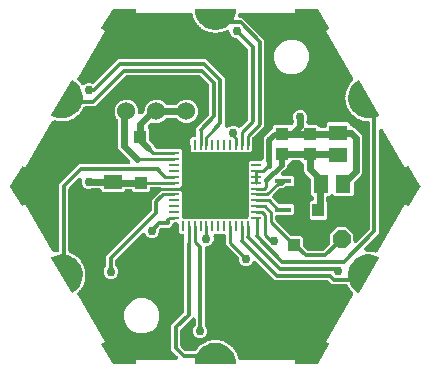
<source format=gbr>
G04 EAGLE Gerber RS-274X export*
G75*
%MOMM*%
%FSLAX34Y34*%
%LPD*%
%INBottom Copper*%
%IPPOS*%
%AMOC8*
5,1,8,0,0,1.08239X$1,22.5*%
G01*
%ADD10R,1.000000X1.100000*%
%ADD11C,1.000000*%
%ADD12R,1.399997X0.400000*%
%ADD13R,0.812800X0.254000*%
%ADD14R,0.254000X0.812800*%
%ADD15R,5.511800X5.511800*%
%ADD16P,1.649562X8X22.500000*%
%ADD17R,1.100000X1.000000*%
%ADD18R,1.300000X1.500000*%
%ADD19R,1.500000X1.300000*%
%ADD20C,1.524000*%
%ADD21C,0.304800*%
%ADD22C,0.756400*%
%ADD23C,0.609600*%
%ADD24C,0.254000*%
%ADD25C,0.406400*%
%ADD26C,0.508000*%

G36*
X208950Y290200D02*
X208950Y290200D01*
X209035Y290203D01*
X209149Y290230D01*
X209264Y290248D01*
X209344Y290277D01*
X209427Y290297D01*
X209532Y290347D01*
X209642Y290387D01*
X209714Y290431D01*
X209792Y290467D01*
X209820Y290488D01*
X210743Y290591D01*
X210745Y290591D01*
X210747Y290591D01*
X210973Y290636D01*
X211001Y290639D01*
X211019Y290645D01*
X211072Y290655D01*
X211120Y290669D01*
X211133Y290674D01*
X211137Y290675D01*
X211154Y290682D01*
X211251Y290720D01*
X211384Y290764D01*
X211438Y290794D01*
X211495Y290817D01*
X211613Y290893D01*
X211735Y290962D01*
X211781Y291002D01*
X211833Y291035D01*
X211933Y291133D01*
X212040Y291225D01*
X212077Y291274D01*
X212121Y291316D01*
X212200Y291432D01*
X212286Y291543D01*
X212314Y291598D01*
X212348Y291649D01*
X212403Y291778D01*
X212466Y291904D01*
X212482Y291963D01*
X212505Y292019D01*
X212534Y292157D01*
X212570Y292293D01*
X212576Y292363D01*
X212586Y292414D01*
X212587Y292495D01*
X212597Y292623D01*
X212597Y348034D01*
X229308Y364745D01*
X270507Y364745D01*
X270516Y364746D01*
X270525Y364745D01*
X270718Y364766D01*
X270908Y364785D01*
X270916Y364787D01*
X270925Y364788D01*
X271108Y364846D01*
X271292Y364903D01*
X271300Y364907D01*
X271309Y364910D01*
X271477Y365002D01*
X271647Y365095D01*
X271653Y365100D01*
X271661Y365105D01*
X271808Y365229D01*
X271956Y365352D01*
X271961Y365359D01*
X271968Y365365D01*
X272088Y365517D01*
X272208Y365666D01*
X272212Y365674D01*
X272218Y365681D01*
X272306Y365854D01*
X272394Y366023D01*
X272396Y366032D01*
X272400Y366040D01*
X272452Y366226D01*
X272505Y366410D01*
X272506Y366419D01*
X272508Y366428D01*
X272522Y366621D01*
X272538Y366812D01*
X272537Y366820D01*
X272538Y366829D01*
X272513Y367022D01*
X272491Y367211D01*
X272488Y367220D01*
X272487Y367229D01*
X272426Y367412D01*
X272366Y367594D01*
X272362Y367602D01*
X272359Y367610D01*
X272263Y367777D01*
X272168Y367945D01*
X272162Y367952D01*
X272158Y367959D01*
X271943Y368212D01*
X262914Y377241D01*
X262102Y379202D01*
X262102Y401909D01*
X262099Y401935D01*
X262101Y401962D01*
X262079Y402135D01*
X262062Y402309D01*
X262054Y402335D01*
X262051Y402361D01*
X261995Y402527D01*
X261944Y402694D01*
X261931Y402718D01*
X261923Y402743D01*
X261835Y402895D01*
X261752Y403048D01*
X261735Y403069D01*
X261722Y403092D01*
X261507Y403345D01*
X260816Y404036D01*
X259308Y407677D01*
X259308Y411618D01*
X260816Y415259D01*
X263603Y418046D01*
X265365Y418776D01*
X267244Y419554D01*
X271185Y419554D01*
X274827Y418046D01*
X277613Y415259D01*
X279122Y411618D01*
X279122Y409142D01*
X279122Y409134D01*
X279122Y409125D01*
X279143Y408931D01*
X279161Y408742D01*
X279164Y408733D01*
X279165Y408724D01*
X279223Y408542D01*
X279280Y408357D01*
X279284Y408349D01*
X279287Y408341D01*
X279380Y408172D01*
X279471Y408003D01*
X279477Y407996D01*
X279481Y407988D01*
X279607Y407840D01*
X279729Y407694D01*
X279736Y407688D01*
X279742Y407681D01*
X279894Y407561D01*
X280043Y407441D01*
X280051Y407437D01*
X280058Y407432D01*
X280230Y407344D01*
X280400Y407256D01*
X280409Y407253D01*
X280417Y407249D01*
X280603Y407197D01*
X280787Y407144D01*
X280796Y407144D01*
X280805Y407141D01*
X280997Y407127D01*
X281188Y407112D01*
X281197Y407113D01*
X281206Y407112D01*
X281399Y407136D01*
X281588Y407158D01*
X281597Y407161D01*
X281606Y407162D01*
X281788Y407224D01*
X281971Y407283D01*
X281979Y407288D01*
X281987Y407291D01*
X282153Y407386D01*
X282322Y407481D01*
X282328Y407487D01*
X282336Y407491D01*
X282589Y407706D01*
X284113Y409230D01*
X284130Y409251D01*
X284150Y409268D01*
X284257Y409407D01*
X284368Y409542D01*
X284381Y409565D01*
X284397Y409586D01*
X284475Y409743D01*
X284557Y409897D01*
X284564Y409923D01*
X284576Y409947D01*
X284622Y410116D01*
X284672Y410283D01*
X284674Y410310D01*
X284681Y410336D01*
X284708Y410667D01*
X284708Y411618D01*
X286216Y415259D01*
X289003Y418046D01*
X290765Y418776D01*
X292644Y419554D01*
X296585Y419554D01*
X300226Y418046D01*
X302695Y415577D01*
X302716Y415560D01*
X302734Y415540D01*
X302871Y415433D01*
X303007Y415322D01*
X303031Y415309D01*
X303052Y415293D01*
X303208Y415215D01*
X303363Y415133D01*
X303388Y415126D01*
X303412Y415114D01*
X303581Y415068D01*
X303748Y415019D01*
X303775Y415016D01*
X303801Y415009D01*
X304132Y414982D01*
X310498Y414982D01*
X310525Y414985D01*
X310551Y414983D01*
X310725Y415005D01*
X310899Y415022D01*
X310924Y415030D01*
X310951Y415033D01*
X311117Y415089D01*
X311283Y415140D01*
X311307Y415153D01*
X311332Y415161D01*
X311484Y415249D01*
X311638Y415332D01*
X311658Y415349D01*
X311681Y415362D01*
X311934Y415577D01*
X314403Y418046D01*
X316165Y418776D01*
X318044Y419554D01*
X321985Y419554D01*
X325627Y418046D01*
X328413Y415259D01*
X329922Y411618D01*
X329922Y407677D01*
X328413Y404036D01*
X325627Y401249D01*
X321985Y399741D01*
X318044Y399741D01*
X314403Y401249D01*
X311934Y403718D01*
X311914Y403735D01*
X311896Y403755D01*
X311758Y403862D01*
X311623Y403973D01*
X311599Y403985D01*
X311578Y404002D01*
X311421Y404080D01*
X311267Y404161D01*
X311241Y404169D01*
X311217Y404181D01*
X311048Y404226D01*
X310881Y404276D01*
X310855Y404279D01*
X310829Y404286D01*
X310498Y404313D01*
X304132Y404313D01*
X304105Y404310D01*
X304078Y404312D01*
X303904Y404290D01*
X303731Y404273D01*
X303706Y404265D01*
X303679Y404262D01*
X303513Y404206D01*
X303346Y404155D01*
X303323Y404142D01*
X303297Y404133D01*
X303146Y404046D01*
X302992Y403963D01*
X302972Y403946D01*
X302948Y403932D01*
X302695Y403718D01*
X300226Y401249D01*
X296585Y399741D01*
X292644Y399741D01*
X291825Y400080D01*
X291804Y400086D01*
X291784Y400097D01*
X291612Y400144D01*
X291440Y400196D01*
X291417Y400199D01*
X291396Y400205D01*
X291217Y400218D01*
X291039Y400235D01*
X291017Y400232D01*
X290994Y400234D01*
X290816Y400211D01*
X290638Y400193D01*
X290617Y400186D01*
X290595Y400183D01*
X290425Y400126D01*
X290254Y400073D01*
X290235Y400062D01*
X290213Y400055D01*
X290059Y399966D01*
X289901Y399880D01*
X289884Y399865D01*
X289864Y399854D01*
X289611Y399640D01*
X287986Y398014D01*
X287975Y398001D01*
X287961Y397989D01*
X287847Y397844D01*
X287731Y397703D01*
X287723Y397687D01*
X287712Y397673D01*
X287629Y397510D01*
X287542Y397347D01*
X287537Y397330D01*
X287529Y397314D01*
X287480Y397136D01*
X287428Y396961D01*
X287426Y396943D01*
X287421Y396926D01*
X287408Y396743D01*
X287391Y396560D01*
X287393Y396542D01*
X287392Y396525D01*
X287415Y396342D01*
X287435Y396160D01*
X287440Y396143D01*
X287442Y396125D01*
X287501Y395951D01*
X287556Y395776D01*
X287565Y395761D01*
X287571Y395744D01*
X287662Y395584D01*
X287751Y395424D01*
X287763Y395410D01*
X287772Y395395D01*
X287986Y395142D01*
X288370Y394758D01*
X288370Y385794D01*
X288372Y385767D01*
X288370Y385740D01*
X288392Y385566D01*
X288410Y385393D01*
X288417Y385368D01*
X288421Y385341D01*
X288476Y385175D01*
X288528Y385008D01*
X288541Y384985D01*
X288549Y384959D01*
X288636Y384808D01*
X288720Y384654D01*
X288737Y384634D01*
X288750Y384610D01*
X288965Y384357D01*
X292636Y380686D01*
X293257Y379186D01*
X293268Y379167D01*
X293275Y379146D01*
X293363Y378989D01*
X293447Y378832D01*
X293462Y378814D01*
X293472Y378795D01*
X293589Y378660D01*
X293704Y378521D01*
X293721Y378507D01*
X293736Y378490D01*
X293877Y378381D01*
X294016Y378267D01*
X294036Y378257D01*
X294054Y378243D01*
X294215Y378163D01*
X294373Y378080D01*
X294394Y378074D01*
X294414Y378064D01*
X294588Y378017D01*
X294759Y377967D01*
X294781Y377965D01*
X294803Y377960D01*
X295134Y377932D01*
X314955Y377932D01*
X316294Y376593D01*
X316294Y347153D01*
X314946Y345805D01*
X314935Y345791D01*
X314921Y345779D01*
X314807Y345635D01*
X314691Y345493D01*
X314683Y345477D01*
X314672Y345463D01*
X314588Y345299D01*
X314503Y345137D01*
X314497Y345120D01*
X314489Y345104D01*
X314440Y344927D01*
X314388Y344751D01*
X314386Y344734D01*
X314381Y344716D01*
X314368Y344532D01*
X314351Y344350D01*
X314353Y344333D01*
X314352Y344315D01*
X314375Y344133D01*
X314395Y343950D01*
X314400Y343933D01*
X314402Y343915D01*
X314461Y343742D01*
X314516Y343566D01*
X314525Y343551D01*
X314531Y343534D01*
X314622Y343375D01*
X314711Y343214D01*
X314723Y343200D01*
X314732Y343185D01*
X314946Y342932D01*
X316294Y341584D01*
X316294Y320707D01*
X316296Y320689D01*
X316295Y320671D01*
X316316Y320489D01*
X316334Y320306D01*
X316339Y320289D01*
X316341Y320271D01*
X316398Y320097D01*
X316452Y319921D01*
X316461Y319906D01*
X316466Y319889D01*
X316557Y319728D01*
X316644Y319567D01*
X316655Y319554D01*
X316664Y319538D01*
X316784Y319399D01*
X316902Y319258D01*
X316916Y319247D01*
X316927Y319233D01*
X317072Y319121D01*
X317216Y319006D01*
X317231Y318997D01*
X317245Y318986D01*
X317410Y318904D01*
X317573Y318820D01*
X317590Y318815D01*
X317606Y318807D01*
X317784Y318759D01*
X317960Y318709D01*
X317978Y318707D01*
X317995Y318703D01*
X318325Y318675D01*
X370650Y318675D01*
X370667Y318677D01*
X370685Y318676D01*
X370867Y318697D01*
X371050Y318715D01*
X371067Y318721D01*
X371085Y318723D01*
X371259Y318780D01*
X371435Y318834D01*
X371451Y318842D01*
X371468Y318848D01*
X371628Y318938D01*
X371789Y319025D01*
X371803Y319037D01*
X371818Y319045D01*
X371958Y319166D01*
X372098Y319283D01*
X372110Y319297D01*
X372123Y319309D01*
X372236Y319454D01*
X372351Y319597D01*
X372359Y319613D01*
X372370Y319627D01*
X372452Y319792D01*
X372536Y319954D01*
X372541Y319971D01*
X372549Y319987D01*
X372597Y320165D01*
X372648Y320341D01*
X372649Y320359D01*
X372654Y320376D01*
X372681Y320707D01*
X372681Y366590D01*
X374020Y367929D01*
X383306Y367929D01*
X383324Y367931D01*
X383342Y367930D01*
X383524Y367951D01*
X383707Y367969D01*
X383724Y367975D01*
X383742Y367977D01*
X383916Y368034D01*
X384092Y368088D01*
X384108Y368096D01*
X384125Y368102D01*
X384285Y368192D01*
X384446Y368279D01*
X384460Y368291D01*
X384475Y368299D01*
X384614Y368420D01*
X384755Y368537D01*
X384766Y368551D01*
X384780Y368563D01*
X384892Y368708D01*
X385007Y368851D01*
X385016Y368867D01*
X385027Y368881D01*
X385109Y369046D01*
X385193Y369208D01*
X385198Y369225D01*
X385206Y369241D01*
X385254Y369419D01*
X385304Y369595D01*
X385306Y369613D01*
X385310Y369630D01*
X385338Y369961D01*
X385338Y386105D01*
X386072Y387879D01*
X392185Y393992D01*
X392237Y394014D01*
X392256Y394024D01*
X392278Y394031D01*
X392434Y394119D01*
X392592Y394204D01*
X392609Y394218D01*
X392628Y394229D01*
X392764Y394346D01*
X392902Y394460D01*
X392916Y394477D01*
X392933Y394492D01*
X393042Y394633D01*
X393156Y394773D01*
X393166Y394793D01*
X393180Y394810D01*
X393259Y394970D01*
X393343Y395129D01*
X393349Y395151D01*
X393359Y395171D01*
X393406Y395344D01*
X393456Y395516D01*
X393458Y395538D01*
X393464Y395559D01*
X393491Y395890D01*
X393491Y396946D01*
X394830Y398285D01*
X406744Y398285D01*
X406797Y398243D01*
X406938Y398128D01*
X406954Y398120D01*
X406968Y398108D01*
X407132Y398025D01*
X407294Y397939D01*
X407311Y397934D01*
X407327Y397926D01*
X407503Y397877D01*
X407680Y397825D01*
X407698Y397823D01*
X407715Y397818D01*
X407898Y397805D01*
X408081Y397788D01*
X408099Y397790D01*
X408117Y397789D01*
X408298Y397812D01*
X408481Y397832D01*
X408498Y397837D01*
X408516Y397839D01*
X408690Y397898D01*
X408865Y397953D01*
X408881Y397962D01*
X408898Y397967D01*
X409057Y398059D01*
X409217Y398148D01*
X409231Y398159D01*
X409247Y398168D01*
X409500Y398383D01*
X410427Y399311D01*
X410444Y399331D01*
X410464Y399349D01*
X410571Y399487D01*
X410682Y399622D01*
X410695Y399646D01*
X410711Y399667D01*
X410789Y399823D01*
X410871Y399978D01*
X410878Y400003D01*
X410890Y400027D01*
X410936Y400197D01*
X410986Y400364D01*
X410988Y400390D01*
X410995Y400416D01*
X411022Y400747D01*
X411022Y401348D01*
X411019Y401379D01*
X411021Y401410D01*
X410999Y401579D01*
X410982Y401749D01*
X410973Y401779D01*
X410969Y401810D01*
X410867Y402126D01*
X410288Y403524D01*
X410288Y405939D01*
X411212Y408169D01*
X412919Y409876D01*
X415150Y410800D01*
X417564Y410800D01*
X419794Y409876D01*
X421502Y408169D01*
X422426Y405939D01*
X422426Y403524D01*
X421846Y402126D01*
X421837Y402096D01*
X421823Y402068D01*
X421779Y401903D01*
X421730Y401740D01*
X421727Y401709D01*
X421719Y401679D01*
X421692Y401348D01*
X421692Y400319D01*
X421693Y400309D01*
X421692Y400301D01*
X421693Y400294D01*
X421692Y400284D01*
X421713Y400101D01*
X421731Y399919D01*
X421737Y399902D01*
X421739Y399884D01*
X421796Y399709D01*
X421850Y399534D01*
X421858Y399518D01*
X421864Y399501D01*
X421954Y399341D01*
X422041Y399180D01*
X422053Y399166D01*
X422061Y399151D01*
X422182Y399011D01*
X422299Y398871D01*
X422313Y398859D01*
X422325Y398846D01*
X422470Y398733D01*
X422613Y398618D01*
X422629Y398610D01*
X422643Y398599D01*
X422808Y398517D01*
X422970Y398433D01*
X422987Y398428D01*
X423003Y398420D01*
X423181Y398372D01*
X423357Y398321D01*
X423375Y398320D01*
X423392Y398315D01*
X423723Y398288D01*
X430745Y398288D01*
X432602Y396431D01*
X432623Y396414D01*
X432640Y396394D01*
X432778Y396287D01*
X432914Y396176D01*
X432937Y396163D01*
X432958Y396147D01*
X433115Y396069D01*
X433269Y395987D01*
X433295Y395980D01*
X433319Y395968D01*
X433488Y395922D01*
X433655Y395873D01*
X433682Y395870D01*
X433708Y395863D01*
X434038Y395836D01*
X436873Y395836D01*
X436891Y395838D01*
X436909Y395836D01*
X437091Y395858D01*
X437274Y395876D01*
X437291Y395881D01*
X437309Y395883D01*
X437483Y395940D01*
X437659Y395994D01*
X437674Y396003D01*
X437691Y396008D01*
X437852Y396099D01*
X438013Y396186D01*
X438026Y396197D01*
X438042Y396206D01*
X438181Y396326D01*
X438322Y396444D01*
X438333Y396458D01*
X438347Y396469D01*
X438459Y396614D01*
X438574Y396757D01*
X438583Y396773D01*
X438593Y396787D01*
X438675Y396952D01*
X438760Y397115D01*
X438765Y397132D01*
X438773Y397148D01*
X438821Y397326D01*
X438871Y397502D01*
X438873Y397519D01*
X438877Y397537D01*
X438904Y397867D01*
X438904Y398947D01*
X440244Y400286D01*
X457138Y400286D01*
X458478Y398947D01*
X458478Y398866D01*
X458480Y398848D01*
X458478Y398830D01*
X458500Y398648D01*
X458518Y398465D01*
X458523Y398448D01*
X458525Y398430D01*
X458582Y398256D01*
X458636Y398080D01*
X458644Y398065D01*
X458650Y398048D01*
X458740Y397887D01*
X458828Y397726D01*
X458839Y397713D01*
X458848Y397697D01*
X458968Y397558D01*
X459085Y397417D01*
X459099Y397406D01*
X459111Y397392D01*
X459256Y397280D01*
X459399Y397165D01*
X459415Y397156D01*
X459429Y397145D01*
X459594Y397063D01*
X459757Y396979D01*
X459774Y396974D01*
X459790Y396966D01*
X459968Y396918D01*
X460143Y396868D01*
X460161Y396866D01*
X460178Y396862D01*
X460509Y396834D01*
X460594Y396834D01*
X462554Y396022D01*
X468205Y390372D01*
X469017Y388411D01*
X469017Y357844D01*
X468205Y355883D01*
X462317Y349996D01*
X462300Y349975D01*
X462280Y349958D01*
X462173Y349820D01*
X462062Y349685D01*
X462050Y349661D01*
X462033Y349640D01*
X461955Y349483D01*
X461874Y349329D01*
X461866Y349303D01*
X461854Y349279D01*
X461809Y349110D01*
X461759Y348943D01*
X461757Y348916D01*
X461750Y348890D01*
X461722Y348560D01*
X461722Y339712D01*
X460383Y338372D01*
X445489Y338372D01*
X444872Y338989D01*
X444858Y339000D01*
X444847Y339014D01*
X444702Y339128D01*
X444561Y339244D01*
X444545Y339252D01*
X444531Y339263D01*
X444367Y339346D01*
X444205Y339432D01*
X444188Y339437D01*
X444172Y339445D01*
X443995Y339495D01*
X443819Y339547D01*
X443801Y339549D01*
X443784Y339553D01*
X443601Y339567D01*
X443418Y339583D01*
X443400Y339582D01*
X443382Y339583D01*
X443200Y339560D01*
X443018Y339540D01*
X443001Y339535D01*
X442983Y339532D01*
X442809Y339474D01*
X442634Y339419D01*
X442618Y339410D01*
X442601Y339404D01*
X442443Y339313D01*
X442282Y339224D01*
X442268Y339212D01*
X442252Y339203D01*
X441999Y338989D01*
X441383Y338372D01*
X440540Y338372D01*
X440522Y338370D01*
X440504Y338372D01*
X440322Y338350D01*
X440139Y338332D01*
X440122Y338327D01*
X440104Y338325D01*
X439930Y338268D01*
X439754Y338214D01*
X439739Y338206D01*
X439722Y338200D01*
X439561Y338110D01*
X439400Y338022D01*
X439387Y338011D01*
X439371Y338002D01*
X439232Y337882D01*
X439091Y337765D01*
X439080Y337751D01*
X439066Y337739D01*
X438954Y337594D01*
X438839Y337451D01*
X438830Y337435D01*
X438819Y337421D01*
X438737Y337256D01*
X438653Y337093D01*
X438648Y337076D01*
X438640Y337060D01*
X438592Y336882D01*
X438542Y336707D01*
X438540Y336689D01*
X438536Y336672D01*
X438508Y336341D01*
X438508Y333691D01*
X438511Y333665D01*
X438509Y333638D01*
X438531Y333464D01*
X438548Y333291D01*
X438556Y333265D01*
X438560Y333238D01*
X438615Y333073D01*
X438667Y332906D01*
X438679Y332882D01*
X438688Y332857D01*
X438775Y332705D01*
X438858Y332552D01*
X438875Y332531D01*
X438889Y332508D01*
X439068Y332297D01*
X439068Y319396D01*
X437728Y318057D01*
X425834Y318057D01*
X424494Y319396D01*
X424494Y332291D01*
X425835Y333631D01*
X425843Y333630D01*
X426026Y333652D01*
X426208Y333670D01*
X426225Y333675D01*
X426243Y333677D01*
X426418Y333734D01*
X426593Y333788D01*
X426609Y333797D01*
X426626Y333802D01*
X426786Y333893D01*
X426947Y333980D01*
X426961Y333991D01*
X426977Y334000D01*
X427116Y334120D01*
X427257Y334238D01*
X427268Y334252D01*
X427281Y334263D01*
X427394Y334408D01*
X427509Y334551D01*
X427517Y334567D01*
X427528Y334581D01*
X427610Y334746D01*
X427694Y334909D01*
X427699Y334926D01*
X427707Y334942D01*
X427755Y335120D01*
X427806Y335296D01*
X427807Y335313D01*
X427812Y335331D01*
X427839Y335661D01*
X427839Y336341D01*
X427837Y336359D01*
X427839Y336376D01*
X427817Y336559D01*
X427799Y336741D01*
X427794Y336759D01*
X427792Y336776D01*
X427735Y336951D01*
X427681Y337126D01*
X427672Y337142D01*
X427667Y337159D01*
X427577Y337319D01*
X427489Y337480D01*
X427478Y337494D01*
X427469Y337510D01*
X427349Y337649D01*
X427231Y337790D01*
X427218Y337801D01*
X427206Y337814D01*
X427061Y337927D01*
X426918Y338042D01*
X426902Y338050D01*
X426888Y338061D01*
X426723Y338143D01*
X426712Y338149D01*
X425149Y339712D01*
X425149Y352077D01*
X425146Y352104D01*
X425148Y352130D01*
X425126Y352304D01*
X425109Y352478D01*
X425101Y352503D01*
X425098Y352530D01*
X425042Y352695D01*
X424991Y352863D01*
X424978Y352886D01*
X424970Y352911D01*
X424882Y353063D01*
X424799Y353217D01*
X424782Y353237D01*
X424769Y353260D01*
X424554Y353513D01*
X420275Y357792D01*
X419463Y359753D01*
X419463Y364261D01*
X419461Y364287D01*
X419462Y364314D01*
X419441Y364488D01*
X419423Y364661D01*
X419415Y364687D01*
X419412Y364714D01*
X419356Y364879D01*
X419305Y365046D01*
X419292Y365070D01*
X419284Y365095D01*
X419197Y365247D01*
X419113Y365400D01*
X419096Y365421D01*
X419083Y365444D01*
X418868Y365697D01*
X416996Y367569D01*
X416976Y367586D01*
X416958Y367606D01*
X416820Y367713D01*
X416685Y367824D01*
X416661Y367836D01*
X416640Y367853D01*
X416483Y367931D01*
X416329Y368013D01*
X416304Y368020D01*
X416280Y368032D01*
X416110Y368078D01*
X415943Y368127D01*
X415917Y368130D01*
X415891Y368137D01*
X415560Y368164D01*
X410018Y368164D01*
X409991Y368161D01*
X409965Y368163D01*
X409791Y368141D01*
X409617Y368124D01*
X409592Y368116D01*
X409565Y368113D01*
X409399Y368057D01*
X409232Y368006D01*
X409209Y367993D01*
X409184Y367984D01*
X409032Y367897D01*
X408878Y367814D01*
X408858Y367797D01*
X408835Y367784D01*
X408582Y367569D01*
X406199Y365186D01*
X406182Y365166D01*
X406162Y365148D01*
X406055Y365010D01*
X405944Y364875D01*
X405931Y364851D01*
X405915Y364830D01*
X405837Y364674D01*
X405755Y364519D01*
X405748Y364493D01*
X405736Y364469D01*
X405690Y364301D01*
X405641Y364133D01*
X405638Y364107D01*
X405631Y364081D01*
X405604Y363750D01*
X405604Y363711D01*
X404869Y361937D01*
X403512Y360580D01*
X402659Y360226D01*
X402631Y360212D01*
X402601Y360202D01*
X402454Y360117D01*
X402304Y360036D01*
X402280Y360016D01*
X402252Y360001D01*
X401999Y359786D01*
X400558Y358344D01*
X400552Y358338D01*
X400545Y358332D01*
X400425Y358182D01*
X400303Y358033D01*
X400299Y358025D01*
X400293Y358018D01*
X400204Y357847D01*
X400114Y357677D01*
X400112Y357669D01*
X400108Y357661D01*
X400054Y357476D01*
X400000Y357291D01*
X399999Y357282D01*
X399996Y357274D01*
X399981Y357083D01*
X399963Y356890D01*
X399964Y356881D01*
X399963Y356873D01*
X399986Y356683D01*
X400007Y356490D01*
X400009Y356482D01*
X400010Y356473D01*
X400070Y356291D01*
X400128Y356106D01*
X400132Y356098D01*
X400135Y356090D01*
X400230Y355922D01*
X400323Y355754D01*
X400329Y355747D01*
X400333Y355739D01*
X400459Y355593D01*
X400583Y355447D01*
X400590Y355441D01*
X400596Y355435D01*
X400748Y355317D01*
X400899Y355197D01*
X400907Y355193D01*
X400914Y355188D01*
X401086Y355102D01*
X401258Y355015D01*
X401267Y355013D01*
X401275Y355009D01*
X401461Y354958D01*
X401646Y354907D01*
X401655Y354906D01*
X401664Y354904D01*
X401994Y354877D01*
X410196Y354877D01*
X411536Y353537D01*
X411536Y347643D01*
X410196Y346303D01*
X404539Y346303D01*
X404513Y346301D01*
X404486Y346303D01*
X404312Y346281D01*
X404139Y346264D01*
X404113Y346256D01*
X404087Y346252D01*
X403921Y346197D01*
X403754Y346145D01*
X403730Y346133D01*
X403705Y346124D01*
X403554Y346037D01*
X403400Y345954D01*
X403379Y345936D01*
X403356Y345923D01*
X403103Y345708D01*
X402424Y345029D01*
X400969Y345030D01*
X400218Y345030D01*
X400191Y345027D01*
X400164Y345029D01*
X399990Y345007D01*
X399817Y344990D01*
X399791Y344982D01*
X399765Y344978D01*
X399599Y344923D01*
X399432Y344872D01*
X399408Y344859D01*
X399383Y344850D01*
X399232Y344763D01*
X399078Y344680D01*
X399058Y344663D01*
X399034Y344649D01*
X398781Y344435D01*
X393232Y338885D01*
X393221Y338872D01*
X393207Y338860D01*
X393093Y338716D01*
X392977Y338574D01*
X392969Y338558D01*
X392958Y338544D01*
X392874Y338380D01*
X392788Y338218D01*
X392783Y338201D01*
X392775Y338185D01*
X392726Y338008D01*
X392674Y337832D01*
X392672Y337815D01*
X392667Y337797D01*
X392654Y337613D01*
X392637Y337431D01*
X392639Y337414D01*
X392638Y337396D01*
X392661Y337214D01*
X392681Y337031D01*
X392686Y337014D01*
X392688Y336996D01*
X392747Y336823D01*
X392802Y336647D01*
X392811Y336632D01*
X392816Y336615D01*
X392908Y336455D01*
X392997Y336295D01*
X393008Y336281D01*
X393017Y336266D01*
X393232Y336013D01*
X397773Y331472D01*
X397794Y331455D01*
X397811Y331435D01*
X397949Y331328D01*
X398085Y331217D01*
X398108Y331204D01*
X398129Y331188D01*
X398286Y331110D01*
X398440Y331028D01*
X398466Y331021D01*
X398490Y331009D01*
X398659Y330963D01*
X398826Y330913D01*
X398853Y330911D01*
X398879Y330904D01*
X399209Y330877D01*
X410196Y330877D01*
X411536Y329537D01*
X411536Y323643D01*
X410196Y322303D01*
X397256Y322303D01*
X397238Y322302D01*
X397220Y322303D01*
X397038Y322282D01*
X396855Y322264D01*
X396838Y322258D01*
X396821Y322256D01*
X396646Y322199D01*
X396470Y322145D01*
X396455Y322137D01*
X396438Y322131D01*
X396278Y322041D01*
X396116Y321954D01*
X396103Y321942D01*
X396087Y321934D01*
X395948Y321813D01*
X395807Y321696D01*
X395796Y321682D01*
X395782Y321670D01*
X395670Y321525D01*
X395555Y321382D01*
X395547Y321366D01*
X395536Y321352D01*
X395454Y321187D01*
X395369Y321025D01*
X395364Y321008D01*
X395356Y320992D01*
X395309Y320814D01*
X395258Y320638D01*
X395256Y320620D01*
X395252Y320603D01*
X395225Y320272D01*
X395225Y318291D01*
X395227Y318264D01*
X395225Y318237D01*
X395247Y318063D01*
X395265Y317890D01*
X395272Y317865D01*
X395276Y317838D01*
X395331Y317672D01*
X395383Y317505D01*
X395396Y317482D01*
X395404Y317456D01*
X395491Y317305D01*
X395575Y317151D01*
X395592Y317131D01*
X395605Y317107D01*
X395820Y316854D01*
X407965Y304709D01*
X407986Y304692D01*
X408003Y304672D01*
X408141Y304565D01*
X408277Y304454D01*
X408300Y304441D01*
X408321Y304425D01*
X408478Y304347D01*
X408632Y304265D01*
X408658Y304258D01*
X408682Y304246D01*
X408851Y304200D01*
X409018Y304150D01*
X409045Y304148D01*
X409071Y304141D01*
X409401Y304114D01*
X417321Y304114D01*
X418660Y302774D01*
X418660Y296383D01*
X418663Y296356D01*
X418661Y296330D01*
X418683Y296156D01*
X418700Y295982D01*
X418708Y295957D01*
X418711Y295930D01*
X418767Y295764D01*
X418818Y295597D01*
X418831Y295574D01*
X418840Y295548D01*
X418927Y295397D01*
X419010Y295243D01*
X419027Y295223D01*
X419041Y295200D01*
X419255Y294947D01*
X422033Y292169D01*
X422054Y292152D01*
X422071Y292132D01*
X422209Y292025D01*
X422344Y291914D01*
X422368Y291901D01*
X422389Y291885D01*
X422546Y291807D01*
X422700Y291725D01*
X422726Y291718D01*
X422750Y291706D01*
X422919Y291660D01*
X423086Y291610D01*
X423113Y291608D01*
X423139Y291601D01*
X423469Y291574D01*
X435150Y291574D01*
X435177Y291577D01*
X435204Y291575D01*
X435378Y291597D01*
X435551Y291614D01*
X435577Y291622D01*
X435603Y291625D01*
X435769Y291681D01*
X435936Y291732D01*
X435960Y291745D01*
X435985Y291753D01*
X436137Y291841D01*
X436290Y291924D01*
X436311Y291941D01*
X436334Y291954D01*
X436587Y292169D01*
X440975Y296557D01*
X440992Y296577D01*
X441012Y296595D01*
X441119Y296733D01*
X441230Y296868D01*
X441242Y296892D01*
X441259Y296913D01*
X441337Y297070D01*
X441418Y297224D01*
X441426Y297249D01*
X441438Y297273D01*
X441483Y297443D01*
X441533Y297610D01*
X441535Y297636D01*
X441542Y297662D01*
X441570Y297993D01*
X441570Y305773D01*
X447373Y311576D01*
X455580Y311576D01*
X461383Y305773D01*
X461383Y300370D01*
X461384Y300362D01*
X461383Y300353D01*
X461404Y300159D01*
X461423Y299970D01*
X461426Y299961D01*
X461426Y299952D01*
X461485Y299769D01*
X461541Y299585D01*
X461545Y299577D01*
X461548Y299569D01*
X461641Y299401D01*
X461733Y299231D01*
X461739Y299224D01*
X461743Y299216D01*
X461868Y299069D01*
X461991Y298922D01*
X461997Y298916D01*
X462003Y298909D01*
X462155Y298789D01*
X462304Y298669D01*
X462312Y298665D01*
X462319Y298660D01*
X462492Y298572D01*
X462662Y298484D01*
X462670Y298481D01*
X462678Y298477D01*
X462865Y298425D01*
X463049Y298372D01*
X463057Y298372D01*
X463066Y298369D01*
X463259Y298355D01*
X463450Y298339D01*
X463459Y298341D01*
X463468Y298340D01*
X463660Y298364D01*
X463850Y298386D01*
X463858Y298389D01*
X463867Y298390D01*
X464050Y298452D01*
X464232Y298511D01*
X464240Y298516D01*
X464249Y298518D01*
X464416Y298615D01*
X464583Y298709D01*
X464590Y298715D01*
X464598Y298719D01*
X464851Y298934D01*
X474892Y308976D01*
X474909Y308997D01*
X474930Y309014D01*
X475037Y309152D01*
X475147Y309287D01*
X475160Y309311D01*
X475176Y309332D01*
X475254Y309489D01*
X475336Y309643D01*
X475344Y309669D01*
X475356Y309693D01*
X475401Y309862D01*
X475451Y310029D01*
X475453Y310056D01*
X475460Y310081D01*
X475487Y310412D01*
X475487Y399289D01*
X475473Y399427D01*
X475468Y399567D01*
X475454Y399627D01*
X475447Y399689D01*
X475406Y399823D01*
X475374Y399958D01*
X475348Y400014D01*
X475329Y400074D01*
X475263Y400197D01*
X475204Y400323D01*
X475167Y400373D01*
X475137Y400428D01*
X475048Y400535D01*
X474966Y400648D01*
X474914Y400697D01*
X474880Y400738D01*
X474817Y400788D01*
X474724Y400875D01*
X474594Y400979D01*
X474523Y401026D01*
X474457Y401080D01*
X474354Y401135D01*
X474256Y401199D01*
X474177Y401230D01*
X474102Y401270D01*
X473990Y401304D01*
X473882Y401347D01*
X473798Y401362D01*
X473716Y401386D01*
X473600Y401397D01*
X473486Y401418D01*
X473400Y401416D01*
X473315Y401424D01*
X473200Y401412D01*
X473083Y401410D01*
X473000Y401391D01*
X472915Y401382D01*
X472881Y401372D01*
X471975Y401574D01*
X471973Y401574D01*
X471972Y401575D01*
X471643Y401620D01*
X470706Y401671D01*
X470623Y401721D01*
X470542Y401750D01*
X470466Y401788D01*
X470353Y401818D01*
X470244Y401857D01*
X470159Y401869D01*
X470077Y401891D01*
X469960Y401898D01*
X469845Y401915D01*
X469760Y401911D01*
X469675Y401916D01*
X469640Y401911D01*
X468779Y402260D01*
X468778Y402260D01*
X468776Y402261D01*
X468459Y402360D01*
X467544Y402564D01*
X467469Y402628D01*
X467395Y402669D01*
X467325Y402719D01*
X467219Y402767D01*
X467118Y402824D01*
X467036Y402850D01*
X466959Y402885D01*
X466845Y402911D01*
X466734Y402947D01*
X466649Y402956D01*
X466566Y402975D01*
X466531Y402976D01*
X465740Y403462D01*
X465738Y403463D01*
X465736Y403464D01*
X465440Y403613D01*
X464571Y403966D01*
X464508Y404041D01*
X464441Y404094D01*
X464381Y404154D01*
X464285Y404219D01*
X464194Y404292D01*
X464118Y404331D01*
X464047Y404379D01*
X463939Y404423D01*
X463836Y404476D01*
X463754Y404500D01*
X463675Y404532D01*
X463640Y404539D01*
X462940Y405148D01*
X462938Y405149D01*
X462937Y405151D01*
X462669Y405347D01*
X461870Y405837D01*
X461820Y405922D01*
X461763Y405985D01*
X461714Y406055D01*
X461629Y406135D01*
X461551Y406221D01*
X461483Y406273D01*
X461421Y406331D01*
X461322Y406393D01*
X461228Y406462D01*
X461151Y406499D01*
X461079Y406544D01*
X461046Y406556D01*
X460455Y407272D01*
X460454Y407274D01*
X460453Y407275D01*
X460221Y407513D01*
X459513Y408128D01*
X459478Y408219D01*
X459432Y408291D01*
X459395Y408368D01*
X459325Y408461D01*
X459262Y408559D01*
X459203Y408621D01*
X459151Y408689D01*
X459064Y408766D01*
X458984Y408850D01*
X458914Y408899D01*
X458849Y408955D01*
X458819Y408973D01*
X458354Y409777D01*
X458353Y409778D01*
X458352Y409780D01*
X458163Y410052D01*
X457566Y410776D01*
X457546Y410872D01*
X457513Y410950D01*
X457489Y411032D01*
X457435Y411135D01*
X457389Y411242D01*
X457341Y411313D01*
X457301Y411388D01*
X457228Y411479D01*
X457162Y411575D01*
X457101Y411634D01*
X457047Y411701D01*
X457020Y411723D01*
X456694Y412592D01*
X456693Y412594D01*
X456693Y412596D01*
X456550Y412896D01*
X456081Y413708D01*
X456077Y413805D01*
X456057Y413888D01*
X456047Y413973D01*
X456011Y414084D01*
X455984Y414197D01*
X455948Y414274D01*
X455921Y414355D01*
X455863Y414457D01*
X455814Y414562D01*
X455764Y414631D01*
X455722Y414705D01*
X455698Y414732D01*
X455520Y415643D01*
X455519Y415645D01*
X455519Y415646D01*
X455428Y415966D01*
X455099Y416844D01*
X455111Y416941D01*
X455105Y417026D01*
X455109Y417111D01*
X455091Y417226D01*
X455083Y417342D01*
X455061Y417425D01*
X455048Y417509D01*
X455007Y417619D01*
X454977Y417731D01*
X454938Y417807D01*
X454909Y417887D01*
X454890Y417917D01*
X454864Y418845D01*
X454864Y418847D01*
X454864Y418849D01*
X454827Y419179D01*
X454646Y420099D01*
X454675Y420193D01*
X454683Y420277D01*
X454701Y420361D01*
X454702Y420477D01*
X454713Y420593D01*
X454704Y420678D01*
X454705Y420764D01*
X454684Y420878D01*
X454672Y420994D01*
X454646Y421075D01*
X454630Y421159D01*
X454617Y421192D01*
X454744Y422112D01*
X454744Y422114D01*
X454744Y422115D01*
X454762Y422447D01*
X454736Y423384D01*
X454779Y423472D01*
X454801Y423554D01*
X454832Y423634D01*
X454853Y423748D01*
X454883Y423861D01*
X454888Y423946D01*
X454903Y424030D01*
X454901Y424146D01*
X454908Y424263D01*
X454896Y424347D01*
X454895Y424433D01*
X454887Y424467D01*
X455163Y425353D01*
X455164Y425355D01*
X455164Y425357D01*
X455236Y425681D01*
X455365Y426610D01*
X455422Y426689D01*
X455457Y426767D01*
X455501Y426840D01*
X455540Y426950D01*
X455588Y427056D01*
X455608Y427139D01*
X455636Y427219D01*
X455653Y427335D01*
X455679Y427448D01*
X455682Y427533D01*
X455694Y427618D01*
X455692Y427653D01*
X456111Y428482D01*
X456111Y428484D01*
X456112Y428485D01*
X456237Y428793D01*
X456516Y429688D01*
X456585Y429757D01*
X456633Y429828D01*
X456688Y429893D01*
X456745Y429995D01*
X456810Y430091D01*
X456843Y430170D01*
X456884Y430245D01*
X456920Y430356D01*
X456964Y430463D01*
X456981Y430547D01*
X457007Y430628D01*
X457011Y430664D01*
X457560Y431412D01*
X457561Y431414D01*
X457562Y431415D01*
X457735Y431698D01*
X458158Y432535D01*
X458238Y432591D01*
X458297Y432653D01*
X458362Y432708D01*
X458435Y432799D01*
X458515Y432884D01*
X458560Y432956D01*
X458613Y433023D01*
X458666Y433127D01*
X458728Y433226D01*
X458758Y433305D01*
X458797Y433381D01*
X458807Y433415D01*
X459471Y434063D01*
X459473Y434065D01*
X459474Y434066D01*
X459692Y434316D01*
X460247Y435072D01*
X460335Y435115D01*
X460403Y435167D01*
X460476Y435210D01*
X460563Y435288D01*
X460656Y435358D01*
X460712Y435422D01*
X460776Y435479D01*
X460845Y435573D01*
X460922Y435660D01*
X460965Y435734D01*
X461016Y435802D01*
X461066Y435908D01*
X461124Y436008D01*
X461151Y436089D01*
X461188Y436166D01*
X461205Y436230D01*
X461269Y436338D01*
X461291Y436401D01*
X461321Y436461D01*
X461357Y436591D01*
X461401Y436719D01*
X461410Y436785D01*
X461428Y436849D01*
X461437Y436984D01*
X461456Y437118D01*
X461452Y437184D01*
X461456Y437251D01*
X461439Y437385D01*
X461431Y437519D01*
X461414Y437584D01*
X461405Y437650D01*
X461362Y437778D01*
X461327Y437908D01*
X461294Y437978D01*
X461276Y438032D01*
X461237Y438100D01*
X461185Y438208D01*
X438227Y477973D01*
X440928Y479251D01*
X440951Y479268D01*
X440978Y479278D01*
X441030Y479327D01*
X441087Y479370D01*
X441102Y479395D01*
X441122Y479414D01*
X441151Y479480D01*
X441187Y479542D01*
X441191Y479570D01*
X441202Y479596D01*
X441203Y479668D01*
X441212Y479739D01*
X441205Y479766D01*
X441205Y479795D01*
X441170Y479890D01*
X441159Y479930D01*
X441152Y479939D01*
X441147Y479951D01*
X431647Y496451D01*
X431596Y496510D01*
X431550Y496572D01*
X431530Y496583D01*
X431516Y496600D01*
X431445Y496634D01*
X431379Y496674D01*
X431354Y496678D01*
X431336Y496686D01*
X431292Y496688D01*
X431215Y496701D01*
X412215Y496701D01*
X412187Y496696D01*
X412158Y496698D01*
X412090Y496676D01*
X412020Y496662D01*
X411996Y496646D01*
X411969Y496637D01*
X411915Y496590D01*
X411856Y496549D01*
X411840Y496525D01*
X411819Y496507D01*
X411787Y496442D01*
X411749Y496382D01*
X411744Y496354D01*
X411731Y496328D01*
X411722Y496227D01*
X411716Y496185D01*
X411718Y496175D01*
X411717Y496162D01*
X411955Y493161D01*
X366029Y493161D01*
X365894Y493148D01*
X365759Y493143D01*
X365694Y493128D01*
X365628Y493121D01*
X365499Y493082D01*
X365367Y493050D01*
X365307Y493023D01*
X365243Y493003D01*
X365124Y492939D01*
X365001Y492882D01*
X364947Y492843D01*
X364889Y492811D01*
X364785Y492725D01*
X364676Y492645D01*
X364631Y492596D01*
X364580Y492554D01*
X364495Y492448D01*
X364403Y492348D01*
X364369Y492292D01*
X364328Y492240D01*
X364265Y492120D01*
X364195Y492004D01*
X364173Y491941D01*
X364155Y491908D01*
X364135Y491876D01*
X364101Y491789D01*
X364058Y491707D01*
X364028Y491602D01*
X363989Y491501D01*
X363972Y491409D01*
X363947Y491320D01*
X363938Y491211D01*
X363919Y491105D01*
X363921Y491011D01*
X363914Y490918D01*
X363926Y490811D01*
X363929Y490702D01*
X363950Y490611D01*
X363961Y490519D01*
X363994Y490415D01*
X364018Y490310D01*
X364057Y490224D01*
X364086Y490136D01*
X364139Y490041D01*
X364183Y489942D01*
X364238Y489866D01*
X364283Y489785D01*
X364354Y489703D01*
X364417Y489615D01*
X364486Y489551D01*
X364547Y489480D01*
X364632Y489414D01*
X364712Y489340D01*
X364791Y489291D01*
X364865Y489234D01*
X364962Y489185D01*
X365054Y489128D01*
X365142Y489096D01*
X365225Y489054D01*
X365330Y489026D01*
X365432Y488989D01*
X365524Y488974D01*
X365614Y488950D01*
X365748Y488939D01*
X365830Y488926D01*
X365879Y488928D01*
X365945Y488923D01*
X367435Y488923D01*
X386081Y470277D01*
X386081Y397456D01*
X383757Y395131D01*
X383712Y395117D01*
X383545Y395065D01*
X383521Y395052D01*
X383496Y395044D01*
X383345Y394957D01*
X383191Y394873D01*
X383171Y394856D01*
X383147Y394843D01*
X382894Y394628D01*
X376146Y387880D01*
X376129Y387859D01*
X376109Y387842D01*
X376002Y387704D01*
X375891Y387569D01*
X375879Y387545D01*
X375862Y387524D01*
X375784Y387367D01*
X375702Y387213D01*
X375695Y387187D01*
X375683Y387163D01*
X375637Y386994D01*
X375588Y386827D01*
X375585Y386800D01*
X375578Y386775D01*
X375551Y386444D01*
X375551Y376402D01*
X374212Y375062D01*
X324766Y375062D01*
X323427Y376402D01*
X323427Y386424D01*
X324766Y387763D01*
X326397Y387763D01*
X326414Y387765D01*
X326432Y387764D01*
X326614Y387785D01*
X326797Y387803D01*
X326814Y387809D01*
X326832Y387811D01*
X327006Y387868D01*
X327182Y387922D01*
X327198Y387930D01*
X327215Y387936D01*
X327375Y388026D01*
X327536Y388113D01*
X327550Y388125D01*
X327565Y388133D01*
X327705Y388254D01*
X327845Y388371D01*
X327857Y388385D01*
X327870Y388397D01*
X327983Y388542D01*
X328098Y388685D01*
X328106Y388701D01*
X328117Y388715D01*
X328199Y388880D01*
X328283Y389042D01*
X328288Y389059D01*
X328296Y389075D01*
X328344Y389253D01*
X328395Y389429D01*
X328396Y389447D01*
X328401Y389464D01*
X328428Y389795D01*
X328428Y391541D01*
X328425Y391567D01*
X328427Y391594D01*
X328405Y391768D01*
X328388Y391941D01*
X328380Y391967D01*
X328377Y391993D01*
X328321Y392159D01*
X328270Y392326D01*
X328257Y392350D01*
X328248Y392375D01*
X328174Y392505D01*
X328174Y395793D01*
X338934Y406553D01*
X338951Y406574D01*
X338971Y406591D01*
X339078Y406729D01*
X339189Y406864D01*
X339201Y406888D01*
X339218Y406909D01*
X339296Y407066D01*
X339377Y407220D01*
X339385Y407246D01*
X339397Y407270D01*
X339443Y407439D01*
X339492Y407606D01*
X339495Y407633D01*
X339502Y407658D01*
X339529Y407989D01*
X339529Y431481D01*
X339526Y431507D01*
X339528Y431534D01*
X339506Y431708D01*
X339489Y431881D01*
X339481Y431907D01*
X339478Y431934D01*
X339422Y432099D01*
X339371Y432266D01*
X339358Y432290D01*
X339349Y432315D01*
X339262Y432467D01*
X339179Y432620D01*
X339162Y432641D01*
X339148Y432664D01*
X338934Y432917D01*
X332264Y439586D01*
X332244Y439603D01*
X332226Y439624D01*
X332088Y439731D01*
X331953Y439841D01*
X331929Y439854D01*
X331908Y439870D01*
X331751Y439948D01*
X331597Y440030D01*
X331572Y440038D01*
X331548Y440050D01*
X331378Y440095D01*
X331211Y440145D01*
X331185Y440147D01*
X331159Y440154D01*
X330828Y440181D01*
X269628Y440181D01*
X269601Y440179D01*
X269575Y440181D01*
X269401Y440159D01*
X269227Y440141D01*
X269202Y440134D01*
X269175Y440130D01*
X269009Y440075D01*
X268842Y440023D01*
X268819Y440010D01*
X268793Y440002D01*
X268642Y439915D01*
X268488Y439831D01*
X268468Y439814D01*
X268445Y439801D01*
X268192Y439586D01*
X242496Y413891D01*
X234430Y413891D01*
X234373Y413886D01*
X234317Y413888D01*
X234174Y413866D01*
X234029Y413851D01*
X233975Y413835D01*
X233919Y413826D01*
X233783Y413776D01*
X233644Y413733D01*
X233595Y413706D01*
X233541Y413687D01*
X233418Y413610D01*
X233290Y413541D01*
X233247Y413505D01*
X233199Y413475D01*
X233092Y413376D01*
X232981Y413284D01*
X232946Y413240D01*
X232904Y413201D01*
X232820Y413083D01*
X232729Y412970D01*
X232703Y412920D01*
X232670Y412874D01*
X232579Y412682D01*
X232543Y412613D01*
X232538Y412595D01*
X232528Y412573D01*
X232206Y411714D01*
X232132Y411649D01*
X232081Y411581D01*
X232022Y411520D01*
X231960Y411421D01*
X231889Y411328D01*
X231852Y411251D01*
X231807Y411179D01*
X231765Y411071D01*
X231715Y410966D01*
X231693Y410883D01*
X231663Y410803D01*
X231657Y410768D01*
X231066Y410052D01*
X231065Y410051D01*
X231064Y410049D01*
X230875Y409777D01*
X230405Y408965D01*
X230323Y408913D01*
X230261Y408854D01*
X230192Y408803D01*
X230115Y408716D01*
X230030Y408636D01*
X229981Y408566D01*
X229924Y408503D01*
X229865Y408402D01*
X229798Y408307D01*
X229763Y408229D01*
X229720Y408156D01*
X229709Y408122D01*
X229008Y407513D01*
X229007Y407511D01*
X229005Y407510D01*
X228774Y407272D01*
X228177Y406549D01*
X228087Y406511D01*
X228016Y406464D01*
X227940Y406424D01*
X227850Y406352D01*
X227753Y406287D01*
X227693Y406226D01*
X227626Y406173D01*
X227552Y406083D01*
X227470Y406000D01*
X227423Y405929D01*
X227368Y405864D01*
X227351Y405832D01*
X226560Y405347D01*
X226558Y405346D01*
X226557Y405345D01*
X226289Y405148D01*
X225582Y404533D01*
X225487Y404511D01*
X225409Y404475D01*
X225328Y404449D01*
X225226Y404392D01*
X225120Y404344D01*
X225051Y404294D01*
X224976Y404252D01*
X224888Y404176D01*
X224794Y404108D01*
X224736Y404046D01*
X224671Y403990D01*
X224649Y403962D01*
X223789Y403613D01*
X223787Y403613D01*
X223785Y403612D01*
X223489Y403462D01*
X222690Y402971D01*
X222592Y402965D01*
X222510Y402943D01*
X222425Y402931D01*
X222316Y402891D01*
X222203Y402861D01*
X222127Y402823D01*
X222047Y402794D01*
X221947Y402734D01*
X221843Y402682D01*
X221775Y402630D01*
X221702Y402586D01*
X221676Y402562D01*
X220770Y402360D01*
X220768Y402359D01*
X220766Y402359D01*
X220450Y402260D01*
X219580Y401907D01*
X219483Y401917D01*
X219398Y401909D01*
X219313Y401911D01*
X219198Y401890D01*
X219083Y401879D01*
X219001Y401854D01*
X218917Y401839D01*
X218809Y401796D01*
X218697Y401762D01*
X218622Y401721D01*
X218543Y401690D01*
X218513Y401670D01*
X217586Y401620D01*
X217584Y401620D01*
X217582Y401620D01*
X217254Y401574D01*
X216338Y401370D01*
X216244Y401395D01*
X216159Y401401D01*
X216075Y401417D01*
X215958Y401415D01*
X215842Y401423D01*
X215758Y401412D01*
X215672Y401411D01*
X215559Y401386D01*
X215443Y401371D01*
X215362Y401344D01*
X215279Y401326D01*
X215246Y401312D01*
X214324Y401414D01*
X214322Y401414D01*
X214320Y401415D01*
X213989Y401424D01*
X213052Y401373D01*
X212963Y401414D01*
X212880Y401434D01*
X212800Y401463D01*
X212685Y401480D01*
X212572Y401507D01*
X212486Y401511D01*
X212402Y401523D01*
X212285Y401518D01*
X212169Y401522D01*
X212085Y401508D01*
X212000Y401504D01*
X211965Y401495D01*
X211072Y401749D01*
X211070Y401749D01*
X211068Y401750D01*
X210743Y401813D01*
X209811Y401917D01*
X209730Y401972D01*
X209651Y402005D01*
X209577Y402047D01*
X209466Y402083D01*
X209359Y402129D01*
X209275Y402146D01*
X209194Y402172D01*
X209079Y402186D01*
X208965Y402209D01*
X208879Y402210D01*
X208795Y402220D01*
X208678Y402210D01*
X208562Y402210D01*
X208478Y402194D01*
X208393Y402187D01*
X208286Y402158D01*
X208227Y402159D01*
X208163Y402146D01*
X208098Y402143D01*
X207966Y402109D01*
X207832Y402083D01*
X207771Y402059D01*
X207708Y402042D01*
X207585Y401983D01*
X207459Y401931D01*
X207405Y401895D01*
X207346Y401867D01*
X207237Y401784D01*
X207123Y401708D01*
X207077Y401662D01*
X207025Y401623D01*
X206935Y401521D01*
X206838Y401424D01*
X206796Y401362D01*
X206759Y401321D01*
X206719Y401252D01*
X206650Y401151D01*
X183694Y361390D01*
X181198Y363113D01*
X181171Y363124D01*
X181149Y363143D01*
X181081Y363163D01*
X181015Y363191D01*
X180986Y363191D01*
X180959Y363199D01*
X180888Y363191D01*
X180816Y363192D01*
X180790Y363180D01*
X180761Y363177D01*
X180699Y363142D01*
X180633Y363114D01*
X180613Y363094D01*
X180588Y363079D01*
X180524Y363002D01*
X180494Y362972D01*
X180490Y362962D01*
X180482Y362951D01*
X170982Y346451D01*
X170958Y346378D01*
X170927Y346308D01*
X170926Y346284D01*
X170919Y346262D01*
X170925Y346186D01*
X170924Y346109D01*
X170933Y346085D01*
X170935Y346064D01*
X170955Y346025D01*
X170975Y345973D01*
X170976Y345967D01*
X170977Y345965D01*
X170982Y345953D01*
X180482Y329453D01*
X180501Y329431D01*
X180513Y329405D01*
X180566Y329357D01*
X180613Y329304D01*
X180640Y329291D01*
X180661Y329272D01*
X180728Y329249D01*
X180793Y329218D01*
X180822Y329217D01*
X180849Y329207D01*
X180920Y329212D01*
X180991Y329209D01*
X181019Y329219D01*
X181047Y329221D01*
X181138Y329263D01*
X181178Y329278D01*
X181186Y329285D01*
X181198Y329291D01*
X183694Y331014D01*
X206650Y291253D01*
X206729Y291142D01*
X206801Y291027D01*
X206846Y290979D01*
X206884Y290926D01*
X206984Y290833D01*
X207078Y290734D01*
X207131Y290696D01*
X207179Y290652D01*
X207295Y290580D01*
X207406Y290502D01*
X207466Y290475D01*
X207522Y290441D01*
X207650Y290394D01*
X207774Y290339D01*
X207839Y290324D01*
X207900Y290302D01*
X208034Y290281D01*
X208167Y290252D01*
X208233Y290250D01*
X208298Y290240D01*
X208307Y290241D01*
X208351Y290234D01*
X208463Y290205D01*
X208549Y290202D01*
X208633Y290188D01*
X208749Y290192D01*
X208866Y290187D01*
X208950Y290200D01*
G37*
G36*
X277042Y195708D02*
X277042Y195708D01*
X277071Y195706D01*
X277139Y195728D01*
X277209Y195742D01*
X277233Y195758D01*
X277260Y195767D01*
X277314Y195814D01*
X277373Y195855D01*
X277389Y195879D01*
X277410Y195897D01*
X277442Y195962D01*
X277480Y196022D01*
X277485Y196050D01*
X277498Y196076D01*
X277507Y196177D01*
X277513Y196219D01*
X277511Y196229D01*
X277512Y196242D01*
X277274Y199243D01*
X310910Y199243D01*
X310919Y199244D01*
X310928Y199243D01*
X311120Y199264D01*
X311311Y199283D01*
X311319Y199285D01*
X311328Y199286D01*
X311511Y199344D01*
X311696Y199401D01*
X311704Y199405D01*
X311712Y199408D01*
X311881Y199501D01*
X312050Y199593D01*
X312057Y199598D01*
X312064Y199603D01*
X312210Y199726D01*
X312359Y199850D01*
X312365Y199857D01*
X312371Y199863D01*
X312490Y200014D01*
X312611Y200164D01*
X312616Y200172D01*
X312621Y200179D01*
X312709Y200352D01*
X312797Y200521D01*
X312799Y200530D01*
X312803Y200538D01*
X312855Y200724D01*
X312908Y200908D01*
X312909Y200917D01*
X312911Y200926D01*
X312925Y201118D01*
X312941Y201310D01*
X312940Y201318D01*
X312941Y201327D01*
X312917Y201517D01*
X312894Y201709D01*
X312892Y201718D01*
X312890Y201727D01*
X312829Y201910D01*
X312769Y202092D01*
X312765Y202100D01*
X312762Y202108D01*
X312666Y202275D01*
X312572Y202443D01*
X312566Y202450D01*
X312561Y202457D01*
X312347Y202710D01*
X307339Y207718D01*
X307339Y228400D01*
X317576Y238637D01*
X317593Y238658D01*
X317613Y238675D01*
X317720Y238813D01*
X317831Y238949D01*
X317843Y238972D01*
X317860Y238993D01*
X317938Y239150D01*
X318020Y239304D01*
X318027Y239330D01*
X318039Y239354D01*
X318085Y239523D01*
X318134Y239690D01*
X318137Y239717D01*
X318144Y239743D01*
X318171Y240073D01*
X318171Y299233D01*
X318192Y299275D01*
X318274Y299429D01*
X318281Y299455D01*
X318293Y299479D01*
X318339Y299648D01*
X318388Y299815D01*
X318391Y299842D01*
X318398Y299868D01*
X318425Y300198D01*
X318425Y303943D01*
X318423Y303961D01*
X318424Y303978D01*
X318403Y304161D01*
X318385Y304343D01*
X318380Y304360D01*
X318378Y304378D01*
X318321Y304553D01*
X318267Y304728D01*
X318258Y304744D01*
X318253Y304761D01*
X318162Y304921D01*
X318075Y305082D01*
X318064Y305096D01*
X318055Y305112D01*
X317935Y305251D01*
X317817Y305392D01*
X317803Y305403D01*
X317792Y305416D01*
X317647Y305529D01*
X317503Y305644D01*
X317488Y305652D01*
X317474Y305663D01*
X317309Y305745D01*
X317146Y305829D01*
X317129Y305834D01*
X317113Y305842D01*
X316935Y305890D01*
X316759Y305941D01*
X316741Y305942D01*
X316724Y305947D01*
X316394Y305974D01*
X314763Y305974D01*
X313424Y307314D01*
X313424Y313774D01*
X313422Y313792D01*
X313423Y313809D01*
X313402Y313992D01*
X313384Y314174D01*
X313379Y314191D01*
X313377Y314209D01*
X313320Y314384D01*
X313266Y314559D01*
X313257Y314575D01*
X313252Y314592D01*
X313161Y314752D01*
X313074Y314913D01*
X313063Y314927D01*
X313054Y314943D01*
X312934Y315082D01*
X312816Y315223D01*
X312802Y315234D01*
X312791Y315247D01*
X312646Y315360D01*
X312502Y315475D01*
X312487Y315483D01*
X312473Y315494D01*
X312308Y315576D01*
X312145Y315660D01*
X312128Y315665D01*
X312112Y315673D01*
X311934Y315721D01*
X311758Y315772D01*
X311740Y315773D01*
X311723Y315778D01*
X311393Y315805D01*
X310058Y315805D01*
X310040Y315803D01*
X310022Y315805D01*
X309840Y315783D01*
X309657Y315765D01*
X309640Y315760D01*
X309622Y315758D01*
X309448Y315701D01*
X309272Y315647D01*
X309257Y315638D01*
X309240Y315633D01*
X309079Y315543D01*
X308918Y315455D01*
X308905Y315444D01*
X308889Y315435D01*
X308750Y315315D01*
X308609Y315197D01*
X308598Y315184D01*
X308584Y315172D01*
X308472Y315027D01*
X308357Y314884D01*
X308348Y314868D01*
X308337Y314854D01*
X308255Y314689D01*
X308171Y314526D01*
X308166Y314509D01*
X308158Y314493D01*
X308110Y314315D01*
X308060Y314139D01*
X308058Y314122D01*
X308054Y314104D01*
X308027Y313774D01*
X308027Y313432D01*
X305794Y311200D01*
X299346Y311200D01*
X299319Y311197D01*
X299293Y311199D01*
X299119Y311177D01*
X298945Y311160D01*
X298920Y311152D01*
X298893Y311149D01*
X298727Y311093D01*
X298560Y311042D01*
X298537Y311029D01*
X298511Y311021D01*
X298360Y310933D01*
X298206Y310850D01*
X298186Y310833D01*
X298163Y310820D01*
X297910Y310605D01*
X297379Y310075D01*
X297362Y310054D01*
X297342Y310037D01*
X297235Y309899D01*
X297124Y309763D01*
X297112Y309740D01*
X297095Y309719D01*
X297017Y309562D01*
X296936Y309408D01*
X296928Y309382D01*
X296916Y309358D01*
X296871Y309189D01*
X296821Y309022D01*
X296819Y308995D01*
X296812Y308969D01*
X296784Y308639D01*
X296784Y307593D01*
X295861Y305363D01*
X294153Y303656D01*
X291923Y302732D01*
X289509Y302732D01*
X287278Y303656D01*
X285571Y305363D01*
X285532Y305457D01*
X285526Y305469D01*
X285522Y305482D01*
X285431Y305646D01*
X285342Y305812D01*
X285333Y305822D01*
X285327Y305834D01*
X285205Y305977D01*
X285085Y306122D01*
X285075Y306131D01*
X285066Y306141D01*
X284919Y306257D01*
X284773Y306376D01*
X284761Y306382D01*
X284750Y306390D01*
X284583Y306476D01*
X284416Y306563D01*
X284403Y306567D01*
X284391Y306573D01*
X284209Y306624D01*
X284030Y306676D01*
X284017Y306677D01*
X284004Y306681D01*
X283814Y306695D01*
X283629Y306711D01*
X283616Y306709D01*
X283602Y306710D01*
X283414Y306687D01*
X283229Y306666D01*
X283216Y306662D01*
X283203Y306660D01*
X283025Y306600D01*
X282845Y306542D01*
X282834Y306536D01*
X282821Y306532D01*
X282658Y306438D01*
X282494Y306346D01*
X282484Y306337D01*
X282472Y306331D01*
X282219Y306116D01*
X260514Y284411D01*
X260497Y284390D01*
X260477Y284373D01*
X260370Y284235D01*
X260259Y284099D01*
X260246Y284076D01*
X260230Y284055D01*
X260152Y283898D01*
X260070Y283744D01*
X260063Y283718D01*
X260051Y283694D01*
X260005Y283525D01*
X259955Y283358D01*
X259953Y283331D01*
X259946Y283305D01*
X259919Y282975D01*
X259919Y279702D01*
X259922Y279675D01*
X259920Y279649D01*
X259942Y279475D01*
X259959Y279301D01*
X259967Y279276D01*
X259970Y279249D01*
X260026Y279083D01*
X260077Y278916D01*
X260090Y278893D01*
X260098Y278867D01*
X260186Y278716D01*
X260269Y278562D01*
X260286Y278542D01*
X260299Y278519D01*
X260514Y278266D01*
X261253Y277526D01*
X262177Y275296D01*
X262177Y272882D01*
X261253Y270651D01*
X259546Y268944D01*
X257315Y268020D01*
X254901Y268020D01*
X252671Y268944D01*
X250963Y270651D01*
X250039Y272882D01*
X250039Y275296D01*
X250963Y277526D01*
X251703Y278266D01*
X251719Y278286D01*
X251740Y278304D01*
X251847Y278441D01*
X251958Y278577D01*
X251970Y278601D01*
X251987Y278622D01*
X252065Y278779D01*
X252146Y278933D01*
X252154Y278958D01*
X252166Y278982D01*
X252211Y279152D01*
X252261Y279319D01*
X252263Y279345D01*
X252270Y279371D01*
X252297Y279702D01*
X252297Y286973D01*
X289980Y324656D01*
X289997Y324676D01*
X290018Y324694D01*
X290125Y324832D01*
X290235Y324967D01*
X290248Y324991D01*
X290264Y325012D01*
X290342Y325169D01*
X290424Y325323D01*
X290432Y325348D01*
X290444Y325373D01*
X290489Y325542D01*
X290539Y325709D01*
X290541Y325735D01*
X290548Y325761D01*
X290575Y326092D01*
X290575Y334826D01*
X296455Y340707D01*
X296500Y340722D01*
X296667Y340773D01*
X296690Y340785D01*
X296716Y340794D01*
X296867Y340881D01*
X297021Y340965D01*
X297041Y340982D01*
X297065Y340995D01*
X297318Y341210D01*
X298453Y342345D01*
X298459Y342352D01*
X298466Y342358D01*
X298586Y342508D01*
X298709Y342657D01*
X298713Y342665D01*
X298718Y342672D01*
X298807Y342842D01*
X298897Y343013D01*
X298900Y343021D01*
X298904Y343029D01*
X298956Y343211D01*
X299012Y343399D01*
X299013Y343407D01*
X299015Y343416D01*
X299031Y343607D01*
X299048Y343800D01*
X299047Y343808D01*
X299048Y343817D01*
X299026Y344007D01*
X299005Y344200D01*
X299002Y344208D01*
X299001Y344217D01*
X298943Y344397D01*
X298883Y344584D01*
X298879Y344591D01*
X298876Y344600D01*
X298783Y344766D01*
X298689Y344936D01*
X298683Y344943D01*
X298678Y344951D01*
X298553Y345095D01*
X298428Y345243D01*
X298421Y345249D01*
X298415Y345255D01*
X298264Y345373D01*
X298112Y345493D01*
X298104Y345497D01*
X298097Y345502D01*
X297925Y345588D01*
X297753Y345675D01*
X297745Y345677D01*
X297737Y345681D01*
X297551Y345731D01*
X297365Y345783D01*
X297356Y345784D01*
X297348Y345786D01*
X297017Y345813D01*
X290941Y345813D01*
X290923Y345811D01*
X290905Y345813D01*
X290723Y345791D01*
X290540Y345773D01*
X290523Y345768D01*
X290506Y345766D01*
X290331Y345709D01*
X290155Y345655D01*
X290140Y345646D01*
X290123Y345641D01*
X289963Y345551D01*
X289801Y345463D01*
X289788Y345452D01*
X289772Y345443D01*
X289633Y345323D01*
X289492Y345205D01*
X289481Y345192D01*
X289467Y345180D01*
X289355Y345035D01*
X289240Y344892D01*
X289232Y344876D01*
X289221Y344862D01*
X289139Y344697D01*
X289054Y344534D01*
X289049Y344517D01*
X289041Y344501D01*
X288993Y344323D01*
X288943Y344147D01*
X288941Y344130D01*
X288937Y344112D01*
X288910Y343782D01*
X288910Y342972D01*
X287570Y341632D01*
X275676Y341632D01*
X273819Y343489D01*
X273798Y343506D01*
X273781Y343526D01*
X273643Y343633D01*
X273507Y343744D01*
X273484Y343757D01*
X273462Y343773D01*
X273306Y343851D01*
X273152Y343933D01*
X273126Y343940D01*
X273102Y343952D01*
X272933Y343998D01*
X272766Y344048D01*
X272739Y344050D01*
X272713Y344057D01*
X272382Y344084D01*
X269775Y344084D01*
X269757Y344082D01*
X269739Y344084D01*
X269557Y344062D01*
X269374Y344044D01*
X269357Y344039D01*
X269339Y344037D01*
X269165Y343980D01*
X268989Y343926D01*
X268974Y343918D01*
X268957Y343912D01*
X268796Y343822D01*
X268635Y343734D01*
X268622Y343723D01*
X268606Y343714D01*
X268467Y343594D01*
X268326Y343477D01*
X268315Y343463D01*
X268301Y343451D01*
X268189Y343306D01*
X268074Y343163D01*
X268065Y343147D01*
X268054Y343133D01*
X267972Y342968D01*
X267888Y342805D01*
X267883Y342788D01*
X267875Y342772D01*
X267873Y342764D01*
X266404Y341295D01*
X249510Y341295D01*
X248170Y342634D01*
X248170Y342716D01*
X248168Y342733D01*
X248170Y342751D01*
X248148Y342932D01*
X248130Y343116D01*
X248125Y343133D01*
X248123Y343151D01*
X248066Y343325D01*
X248012Y343501D01*
X248003Y343517D01*
X247998Y343534D01*
X247908Y343694D01*
X247820Y343855D01*
X247809Y343869D01*
X247800Y343884D01*
X247680Y344023D01*
X247562Y344164D01*
X247549Y344176D01*
X247537Y344189D01*
X247392Y344302D01*
X247249Y344417D01*
X247233Y344425D01*
X247219Y344436D01*
X247054Y344518D01*
X246891Y344602D01*
X246874Y344607D01*
X246858Y344615D01*
X246680Y344663D01*
X246504Y344714D01*
X246487Y344715D01*
X246469Y344720D01*
X246139Y344747D01*
X242846Y344747D01*
X242649Y344727D01*
X242480Y344711D01*
X241454Y344746D01*
X241424Y344744D01*
X241385Y344747D01*
X240627Y344747D01*
X240596Y344744D01*
X240564Y344746D01*
X240395Y344724D01*
X240226Y344707D01*
X240196Y344698D01*
X240165Y344694D01*
X239849Y344592D01*
X238773Y344146D01*
X236359Y344146D01*
X234129Y345070D01*
X232421Y346778D01*
X231497Y349008D01*
X231497Y351252D01*
X231497Y351261D01*
X231497Y351270D01*
X231476Y351464D01*
X231458Y351653D01*
X231455Y351661D01*
X231454Y351670D01*
X231396Y351854D01*
X231339Y352038D01*
X231335Y352046D01*
X231332Y352054D01*
X231239Y352223D01*
X231148Y352392D01*
X231142Y352399D01*
X231138Y352407D01*
X231013Y352554D01*
X230890Y352701D01*
X230883Y352707D01*
X230877Y352714D01*
X230726Y352833D01*
X230576Y352954D01*
X230568Y352958D01*
X230561Y352963D01*
X230388Y353051D01*
X230219Y353139D01*
X230210Y353142D01*
X230202Y353146D01*
X230016Y353198D01*
X229832Y353250D01*
X229823Y353251D01*
X229814Y353254D01*
X229622Y353268D01*
X229431Y353283D01*
X229422Y353282D01*
X229413Y353283D01*
X229220Y353259D01*
X229031Y353236D01*
X229022Y353234D01*
X229013Y353233D01*
X228831Y353171D01*
X228648Y353112D01*
X228640Y353107D01*
X228632Y353104D01*
X228465Y353008D01*
X228297Y352914D01*
X228291Y352908D01*
X228283Y352903D01*
X228030Y352689D01*
X220814Y345472D01*
X220797Y345452D01*
X220776Y345434D01*
X220669Y345296D01*
X220559Y345161D01*
X220546Y345137D01*
X220530Y345116D01*
X220452Y344959D01*
X220370Y344805D01*
X220362Y344780D01*
X220350Y344756D01*
X220305Y344586D01*
X220255Y344419D01*
X220253Y344393D01*
X220246Y344367D01*
X220219Y344036D01*
X220219Y291795D01*
X220238Y291601D01*
X220257Y291402D01*
X220258Y291398D01*
X220259Y291394D01*
X220316Y291207D01*
X220374Y291016D01*
X220376Y291013D01*
X220377Y291009D01*
X220469Y290838D01*
X220564Y290662D01*
X220567Y290659D01*
X220569Y290655D01*
X220692Y290507D01*
X220821Y290352D01*
X220824Y290349D01*
X220826Y290346D01*
X220978Y290224D01*
X221134Y290098D01*
X221137Y290096D01*
X221140Y290094D01*
X221311Y290005D01*
X221490Y289911D01*
X221494Y289910D01*
X221497Y289908D01*
X221524Y289901D01*
X221664Y289857D01*
X221671Y289852D01*
X221760Y289776D01*
X221834Y289735D01*
X221904Y289685D01*
X222010Y289637D01*
X222111Y289580D01*
X222193Y289554D01*
X222270Y289519D01*
X222384Y289493D01*
X222495Y289457D01*
X222580Y289448D01*
X222663Y289429D01*
X222698Y289428D01*
X223489Y288942D01*
X223491Y288941D01*
X223493Y288940D01*
X223789Y288791D01*
X224658Y288438D01*
X224721Y288363D01*
X224788Y288310D01*
X224848Y288250D01*
X224944Y288185D01*
X225035Y288112D01*
X225111Y288073D01*
X225182Y288025D01*
X225290Y287981D01*
X225393Y287928D01*
X225475Y287904D01*
X225554Y287872D01*
X225589Y287865D01*
X226289Y287256D01*
X226291Y287255D01*
X226292Y287253D01*
X226560Y287057D01*
X227359Y286567D01*
X227409Y286482D01*
X227466Y286419D01*
X227515Y286349D01*
X227600Y286269D01*
X227678Y286183D01*
X227746Y286131D01*
X227808Y286073D01*
X227907Y286011D01*
X228001Y285942D01*
X228078Y285905D01*
X228150Y285860D01*
X228183Y285848D01*
X228774Y285132D01*
X228775Y285130D01*
X228776Y285129D01*
X229008Y284891D01*
X229716Y284276D01*
X229751Y284185D01*
X229797Y284113D01*
X229834Y284036D01*
X229904Y283943D01*
X229967Y283845D01*
X230026Y283783D01*
X230078Y283715D01*
X230165Y283638D01*
X230245Y283554D01*
X230315Y283505D01*
X230380Y283449D01*
X230410Y283431D01*
X230875Y282627D01*
X230876Y282626D01*
X230877Y282624D01*
X231066Y282352D01*
X231663Y281628D01*
X231683Y281532D01*
X231716Y281454D01*
X231740Y281372D01*
X231794Y281269D01*
X231840Y281162D01*
X231888Y281091D01*
X231928Y281016D01*
X232001Y280925D01*
X232067Y280829D01*
X232128Y280770D01*
X232182Y280703D01*
X232209Y280681D01*
X232535Y279812D01*
X232536Y279810D01*
X232536Y279808D01*
X232589Y279696D01*
X232597Y279675D01*
X232617Y279639D01*
X232679Y279508D01*
X233148Y278696D01*
X233152Y278599D01*
X233172Y278516D01*
X233182Y278431D01*
X233218Y278320D01*
X233245Y278207D01*
X233281Y278130D01*
X233308Y278049D01*
X233366Y277947D01*
X233415Y277842D01*
X233465Y277773D01*
X233507Y277699D01*
X233531Y277672D01*
X233709Y276761D01*
X233710Y276759D01*
X233710Y276758D01*
X233801Y276438D01*
X234130Y275560D01*
X234118Y275463D01*
X234124Y275378D01*
X234120Y275293D01*
X234138Y275178D01*
X234146Y275062D01*
X234168Y274979D01*
X234181Y274895D01*
X234222Y274785D01*
X234252Y274673D01*
X234291Y274597D01*
X234320Y274517D01*
X234339Y274487D01*
X234365Y273559D01*
X234365Y273557D01*
X234365Y273555D01*
X234402Y273225D01*
X234583Y272305D01*
X234554Y272211D01*
X234546Y272127D01*
X234528Y272043D01*
X234527Y271927D01*
X234516Y271811D01*
X234525Y271726D01*
X234524Y271640D01*
X234545Y271526D01*
X234557Y271410D01*
X234583Y271329D01*
X234599Y271245D01*
X234612Y271212D01*
X234485Y270292D01*
X234485Y270290D01*
X234485Y270289D01*
X234467Y269957D01*
X234493Y269020D01*
X234450Y268932D01*
X234428Y268850D01*
X234397Y268770D01*
X234376Y268656D01*
X234346Y268543D01*
X234341Y268458D01*
X234326Y268374D01*
X234328Y268258D01*
X234321Y268141D01*
X234333Y268057D01*
X234334Y267971D01*
X234342Y267937D01*
X234066Y267051D01*
X234065Y267049D01*
X234065Y267047D01*
X233993Y266723D01*
X233864Y265794D01*
X233807Y265715D01*
X233772Y265637D01*
X233728Y265564D01*
X233689Y265454D01*
X233641Y265348D01*
X233621Y265265D01*
X233593Y265185D01*
X233576Y265069D01*
X233550Y264956D01*
X233547Y264871D01*
X233535Y264786D01*
X233537Y264751D01*
X233118Y263922D01*
X233118Y263921D01*
X233117Y263919D01*
X232992Y263611D01*
X232713Y262716D01*
X232644Y262647D01*
X232596Y262576D01*
X232541Y262511D01*
X232484Y262409D01*
X232419Y262313D01*
X232386Y262234D01*
X232345Y262159D01*
X232309Y262048D01*
X232265Y261941D01*
X232248Y261857D01*
X232222Y261776D01*
X232218Y261740D01*
X231669Y260992D01*
X231668Y260990D01*
X231667Y260989D01*
X231494Y260706D01*
X231071Y259869D01*
X230991Y259813D01*
X230932Y259750D01*
X230867Y259696D01*
X230794Y259605D01*
X230714Y259520D01*
X230669Y259447D01*
X230616Y259381D01*
X230563Y259277D01*
X230501Y259179D01*
X230471Y259099D01*
X230432Y259023D01*
X230422Y258988D01*
X229758Y258341D01*
X229756Y258339D01*
X229755Y258338D01*
X229537Y258088D01*
X228982Y257332D01*
X228894Y257289D01*
X228826Y257237D01*
X228753Y257194D01*
X228666Y257116D01*
X228573Y257046D01*
X228517Y256982D01*
X228453Y256925D01*
X228384Y256831D01*
X228307Y256744D01*
X228264Y256670D01*
X228213Y256602D01*
X228163Y256496D01*
X228105Y256396D01*
X228078Y256315D01*
X228041Y256238D01*
X228024Y256174D01*
X227960Y256066D01*
X227938Y256003D01*
X227908Y255943D01*
X227872Y255813D01*
X227828Y255685D01*
X227819Y255619D01*
X227801Y255555D01*
X227792Y255420D01*
X227773Y255286D01*
X227777Y255220D01*
X227773Y255153D01*
X227790Y255019D01*
X227798Y254885D01*
X227815Y254820D01*
X227824Y254754D01*
X227867Y254626D01*
X227902Y254496D01*
X227935Y254426D01*
X227953Y254372D01*
X227992Y254304D01*
X228044Y254196D01*
X251002Y214431D01*
X248301Y213153D01*
X248278Y213136D01*
X248251Y213126D01*
X248199Y213077D01*
X248142Y213034D01*
X248127Y213009D01*
X248107Y212990D01*
X248078Y212924D01*
X248042Y212862D01*
X248038Y212834D01*
X248027Y212808D01*
X248026Y212736D01*
X248017Y212665D01*
X248024Y212638D01*
X248024Y212609D01*
X248059Y212514D01*
X248071Y212474D01*
X248077Y212465D01*
X248082Y212453D01*
X257582Y195953D01*
X257633Y195895D01*
X257679Y195832D01*
X257699Y195821D01*
X257713Y195804D01*
X257784Y195770D01*
X257850Y195730D01*
X257875Y195726D01*
X257893Y195718D01*
X257937Y195716D01*
X258015Y195703D01*
X277015Y195703D01*
X277042Y195708D01*
G37*
G36*
X431291Y195718D02*
X431291Y195718D01*
X431368Y195727D01*
X431388Y195738D01*
X431409Y195742D01*
X431474Y195786D01*
X431541Y195825D01*
X431557Y195844D01*
X431573Y195855D01*
X431597Y195893D01*
X431647Y195953D01*
X441147Y212453D01*
X441156Y212480D01*
X441173Y212504D01*
X441187Y212574D01*
X441210Y212642D01*
X441208Y212670D01*
X441214Y212698D01*
X441200Y212769D01*
X441194Y212840D01*
X441181Y212865D01*
X441176Y212893D01*
X441136Y212953D01*
X441103Y213016D01*
X441080Y213034D01*
X441064Y213058D01*
X440982Y213116D01*
X440949Y213143D01*
X440939Y213146D01*
X440928Y213153D01*
X438227Y214431D01*
X461185Y254196D01*
X461241Y254319D01*
X461304Y254438D01*
X461323Y254502D01*
X461351Y254563D01*
X461381Y254694D01*
X461420Y254823D01*
X461426Y254890D01*
X461441Y254955D01*
X461445Y255090D01*
X461457Y255224D01*
X461450Y255291D01*
X461452Y255357D01*
X461429Y255490D01*
X461415Y255625D01*
X461395Y255688D01*
X461383Y255754D01*
X461335Y255880D01*
X461294Y256009D01*
X461262Y256067D01*
X461238Y256130D01*
X461192Y256201D01*
X461163Y256304D01*
X461124Y256380D01*
X461094Y256460D01*
X461032Y256559D01*
X460978Y256662D01*
X460925Y256729D01*
X460880Y256801D01*
X460799Y256886D01*
X460727Y256976D01*
X460661Y257031D01*
X460603Y257093D01*
X460507Y257160D01*
X460418Y257235D01*
X460343Y257276D01*
X460273Y257325D01*
X460241Y257339D01*
X459692Y258088D01*
X459690Y258089D01*
X459689Y258091D01*
X459471Y258341D01*
X458800Y258995D01*
X458770Y259088D01*
X458728Y259163D01*
X458695Y259242D01*
X458630Y259338D01*
X458573Y259440D01*
X458518Y259505D01*
X458470Y259575D01*
X458387Y259657D01*
X458311Y259746D01*
X458244Y259798D01*
X458184Y259858D01*
X458154Y259878D01*
X457735Y260706D01*
X457734Y260708D01*
X457734Y260710D01*
X457560Y260992D01*
X456911Y261876D01*
X456859Y262037D01*
X456844Y262063D01*
X456834Y262090D01*
X456745Y262238D01*
X456661Y262388D01*
X456641Y262410D01*
X456626Y262435D01*
X456510Y262562D01*
X456397Y262692D01*
X456374Y262710D01*
X456355Y262732D01*
X456215Y262834D01*
X456079Y262939D01*
X456053Y262952D01*
X456029Y262969D01*
X455873Y263042D01*
X455719Y263118D01*
X455691Y263126D01*
X455664Y263138D01*
X455496Y263178D01*
X455330Y263223D01*
X455298Y263226D01*
X455272Y263232D01*
X455187Y263235D01*
X454999Y263250D01*
X443048Y263250D01*
X440272Y266027D01*
X440251Y266044D01*
X440233Y266064D01*
X440095Y266171D01*
X439960Y266282D01*
X439936Y266294D01*
X439915Y266311D01*
X439758Y266389D01*
X439604Y266471D01*
X439579Y266478D01*
X439555Y266490D01*
X439385Y266536D01*
X439218Y266585D01*
X439192Y266588D01*
X439166Y266595D01*
X438835Y266622D01*
X395092Y266622D01*
X392265Y269449D01*
X379042Y282672D01*
X379031Y282681D01*
X379023Y282691D01*
X378876Y282808D01*
X378730Y282927D01*
X378718Y282933D01*
X378708Y282942D01*
X378541Y283028D01*
X378375Y283116D01*
X378362Y283120D01*
X378350Y283126D01*
X378169Y283177D01*
X377989Y283231D01*
X377975Y283232D01*
X377962Y283235D01*
X377777Y283250D01*
X377588Y283267D01*
X377574Y283265D01*
X377561Y283266D01*
X377377Y283244D01*
X377187Y283224D01*
X377175Y283219D01*
X377161Y283218D01*
X376985Y283159D01*
X376804Y283102D01*
X376792Y283095D01*
X376779Y283091D01*
X376616Y282998D01*
X376451Y282907D01*
X376441Y282899D01*
X376429Y282892D01*
X376287Y282768D01*
X376144Y282647D01*
X376136Y282636D01*
X376126Y282627D01*
X376011Y282479D01*
X375895Y282331D01*
X375889Y282319D01*
X375880Y282308D01*
X375729Y282013D01*
X375553Y281588D01*
X373846Y279881D01*
X371615Y278957D01*
X369201Y278957D01*
X366971Y279881D01*
X365263Y281588D01*
X364339Y283819D01*
X364339Y285223D01*
X364337Y285250D01*
X364339Y285277D01*
X364317Y285451D01*
X364300Y285624D01*
X364292Y285650D01*
X364288Y285676D01*
X364233Y285842D01*
X364181Y286009D01*
X364169Y286033D01*
X364160Y286058D01*
X364073Y286210D01*
X363990Y286363D01*
X363973Y286383D01*
X363959Y286407D01*
X363745Y286660D01*
X353434Y296971D01*
X353434Y303943D01*
X353432Y303961D01*
X353433Y303978D01*
X353412Y304161D01*
X353394Y304343D01*
X353389Y304360D01*
X353387Y304378D01*
X353330Y304553D01*
X353276Y304728D01*
X353267Y304744D01*
X353262Y304761D01*
X353171Y304921D01*
X353084Y305082D01*
X353073Y305096D01*
X353064Y305112D01*
X352944Y305251D01*
X352826Y305392D01*
X352812Y305403D01*
X352801Y305416D01*
X352656Y305529D01*
X352512Y305644D01*
X352497Y305652D01*
X352483Y305663D01*
X352318Y305745D01*
X352155Y305829D01*
X352138Y305834D01*
X352122Y305842D01*
X351944Y305890D01*
X351768Y305941D01*
X351750Y305942D01*
X351733Y305947D01*
X351403Y305974D01*
X344889Y305974D01*
X344876Y305973D01*
X344862Y305974D01*
X344676Y305953D01*
X344488Y305934D01*
X344476Y305930D01*
X344462Y305929D01*
X344283Y305871D01*
X344103Y305816D01*
X344092Y305810D01*
X344079Y305805D01*
X343915Y305714D01*
X343749Y305624D01*
X343739Y305616D01*
X343727Y305609D01*
X343585Y305487D01*
X343440Y305366D01*
X343432Y305356D01*
X343422Y305347D01*
X343305Y305199D01*
X343188Y305053D01*
X343182Y305041D01*
X343173Y305030D01*
X343089Y304862D01*
X343002Y304695D01*
X342999Y304683D01*
X342993Y304670D01*
X342943Y304490D01*
X342891Y304308D01*
X342890Y304295D01*
X342886Y304282D01*
X342874Y304096D01*
X342858Y303907D01*
X342860Y303894D01*
X342859Y303880D01*
X342883Y303695D01*
X342905Y303507D01*
X342909Y303495D01*
X342911Y303481D01*
X343012Y303165D01*
X343051Y303073D01*
X343051Y300659D01*
X342127Y298429D01*
X340419Y296721D01*
X338189Y295798D01*
X337566Y295798D01*
X337548Y295796D01*
X337530Y295797D01*
X337348Y295776D01*
X337165Y295758D01*
X337148Y295752D01*
X337131Y295750D01*
X336956Y295693D01*
X336780Y295640D01*
X336765Y295631D01*
X336748Y295625D01*
X336588Y295535D01*
X336426Y295448D01*
X336413Y295436D01*
X336397Y295428D01*
X336258Y295307D01*
X336117Y295190D01*
X336106Y295176D01*
X336092Y295164D01*
X335980Y295019D01*
X335865Y294876D01*
X335857Y294860D01*
X335846Y294846D01*
X335764Y294681D01*
X335679Y294519D01*
X335674Y294502D01*
X335666Y294486D01*
X335618Y294308D01*
X335568Y294132D01*
X335566Y294114D01*
X335562Y294097D01*
X335535Y293766D01*
X335535Y229133D01*
X335537Y229107D01*
X335535Y229080D01*
X335557Y228906D01*
X335575Y228732D01*
X335582Y228707D01*
X335586Y228680D01*
X335641Y228515D01*
X335693Y228348D01*
X335706Y228324D01*
X335714Y228299D01*
X335801Y228147D01*
X335885Y227994D01*
X335902Y227973D01*
X335915Y227950D01*
X336130Y227697D01*
X336869Y226958D01*
X337793Y224727D01*
X337793Y222313D01*
X336869Y220082D01*
X335162Y218375D01*
X332931Y217451D01*
X330517Y217451D01*
X328286Y218375D01*
X326579Y220082D01*
X325655Y222313D01*
X325655Y224727D01*
X326579Y226958D01*
X327318Y227697D01*
X327335Y227718D01*
X327356Y227735D01*
X327463Y227873D01*
X327573Y228008D01*
X327586Y228032D01*
X327602Y228053D01*
X327680Y228210D01*
X327762Y228364D01*
X327770Y228390D01*
X327782Y228414D01*
X327827Y228583D01*
X327877Y228750D01*
X327879Y228777D01*
X327886Y228802D01*
X327913Y229133D01*
X327913Y233292D01*
X327912Y233301D01*
X327913Y233310D01*
X327892Y233504D01*
X327873Y233693D01*
X327871Y233701D01*
X327870Y233710D01*
X327812Y233894D01*
X327755Y234078D01*
X327751Y234086D01*
X327748Y234094D01*
X327656Y234262D01*
X327563Y234432D01*
X327558Y234439D01*
X327553Y234446D01*
X327429Y234594D01*
X327306Y234741D01*
X327299Y234747D01*
X327293Y234753D01*
X327141Y234873D01*
X326992Y234993D01*
X326984Y234998D01*
X326977Y235003D01*
X326804Y235091D01*
X326635Y235179D01*
X326626Y235181D01*
X326618Y235185D01*
X326432Y235237D01*
X326248Y235290D01*
X326239Y235291D01*
X326230Y235293D01*
X326037Y235308D01*
X325846Y235323D01*
X325838Y235322D01*
X325829Y235323D01*
X325636Y235298D01*
X325447Y235276D01*
X325438Y235274D01*
X325429Y235272D01*
X325246Y235211D01*
X325064Y235151D01*
X325056Y235147D01*
X325048Y235144D01*
X324881Y235048D01*
X324713Y234954D01*
X324706Y234948D01*
X324699Y234943D01*
X324446Y234729D01*
X315556Y225838D01*
X315539Y225818D01*
X315518Y225800D01*
X315411Y225662D01*
X315301Y225527D01*
X315288Y225503D01*
X315272Y225482D01*
X315194Y225325D01*
X315112Y225171D01*
X315104Y225146D01*
X315092Y225122D01*
X315047Y224952D01*
X314997Y224785D01*
X314995Y224759D01*
X314988Y224733D01*
X314961Y224402D01*
X314961Y211716D01*
X314963Y211689D01*
X314961Y211663D01*
X314983Y211489D01*
X315001Y211315D01*
X315008Y211290D01*
X315012Y211263D01*
X315067Y211098D01*
X315119Y210930D01*
X315132Y210907D01*
X315140Y210881D01*
X315227Y210730D01*
X315311Y210576D01*
X315328Y210556D01*
X315341Y210533D01*
X315556Y210280D01*
X318737Y207098D01*
X318758Y207081D01*
X318776Y207060D01*
X318914Y206953D01*
X319049Y206843D01*
X319073Y206830D01*
X319094Y206814D01*
X319250Y206736D01*
X319405Y206654D01*
X319430Y206646D01*
X319454Y206634D01*
X319623Y206589D01*
X319791Y206539D01*
X319817Y206537D01*
X319843Y206530D01*
X320174Y206503D01*
X326391Y206503D01*
X326459Y206510D01*
X326528Y206507D01*
X326659Y206529D01*
X326791Y206543D01*
X326857Y206563D01*
X326925Y206574D01*
X327049Y206622D01*
X327176Y206661D01*
X327237Y206694D01*
X327301Y206718D01*
X327413Y206789D01*
X327530Y206853D01*
X327583Y206897D01*
X327641Y206933D01*
X327773Y207055D01*
X327840Y207110D01*
X327858Y207133D01*
X327885Y207158D01*
X328878Y208237D01*
X328880Y208239D01*
X328881Y208240D01*
X329084Y208502D01*
X329597Y209286D01*
X329685Y209335D01*
X329750Y209390D01*
X329821Y209437D01*
X329903Y209520D01*
X329992Y209595D01*
X330045Y209662D01*
X330105Y209723D01*
X330170Y209820D01*
X330242Y209911D01*
X330281Y209987D01*
X330328Y210058D01*
X330342Y210094D01*
X331074Y210663D01*
X331075Y210665D01*
X331077Y210666D01*
X331321Y210890D01*
X331955Y211580D01*
X332050Y211613D01*
X332124Y211657D01*
X332201Y211692D01*
X332296Y211760D01*
X332328Y211779D01*
X332330Y211780D01*
X332331Y211780D01*
X332396Y211819D01*
X332459Y211877D01*
X332529Y211926D01*
X332608Y212011D01*
X332610Y212013D01*
X332640Y212038D01*
X332646Y212046D01*
X332694Y212090D01*
X332745Y212158D01*
X332803Y212221D01*
X332823Y212253D01*
X333639Y212695D01*
X333641Y212696D01*
X333642Y212696D01*
X333920Y212878D01*
X334659Y213454D01*
X334758Y213471D01*
X334838Y213502D01*
X334920Y213524D01*
X335025Y213575D01*
X335133Y213617D01*
X335205Y213664D01*
X335282Y213701D01*
X335374Y213772D01*
X335472Y213835D01*
X335533Y213894D01*
X335601Y213946D01*
X335626Y213975D01*
X336503Y214276D01*
X336505Y214277D01*
X336507Y214277D01*
X336810Y214411D01*
X337634Y214857D01*
X337735Y214858D01*
X337819Y214875D01*
X337904Y214883D01*
X338015Y214917D01*
X338129Y214940D01*
X338207Y214974D01*
X338289Y214999D01*
X338392Y215053D01*
X338499Y215099D01*
X338569Y215148D01*
X338645Y215188D01*
X338674Y215212D01*
X339589Y215365D01*
X339591Y215365D01*
X339592Y215365D01*
X339914Y215447D01*
X340800Y215751D01*
X340899Y215736D01*
X340985Y215739D01*
X341070Y215733D01*
X341185Y215747D01*
X341302Y215752D01*
X341385Y215773D01*
X341469Y215783D01*
X341580Y215820D01*
X341693Y215848D01*
X341770Y215884D01*
X341851Y215912D01*
X341884Y215931D01*
X342811Y215931D01*
X342813Y215931D01*
X342815Y215931D01*
X343146Y215958D01*
X344070Y216113D01*
X344165Y216081D01*
X344250Y216070D01*
X344333Y216050D01*
X344449Y216045D01*
X344565Y216031D01*
X344650Y216037D01*
X344735Y216034D01*
X344850Y216052D01*
X344966Y216061D01*
X345049Y216084D01*
X345133Y216098D01*
X345169Y216111D01*
X346083Y215958D01*
X346085Y215958D01*
X346087Y215958D01*
X346418Y215931D01*
X347354Y215931D01*
X347443Y215884D01*
X347525Y215859D01*
X347604Y215826D01*
X347718Y215802D01*
X347829Y215769D01*
X347914Y215761D01*
X347998Y215744D01*
X348114Y215743D01*
X348230Y215732D01*
X348315Y215741D01*
X348401Y215741D01*
X348438Y215748D01*
X349315Y215447D01*
X349317Y215447D01*
X349319Y215446D01*
X349640Y215365D01*
X350564Y215211D01*
X350644Y215149D01*
X350721Y215112D01*
X350793Y215066D01*
X350901Y215024D01*
X351006Y214973D01*
X351088Y214951D01*
X351168Y214920D01*
X351283Y214900D01*
X351395Y214871D01*
X351481Y214866D01*
X351565Y214851D01*
X351603Y214852D01*
X352419Y214411D01*
X352420Y214410D01*
X352422Y214409D01*
X352726Y214276D01*
X353612Y213972D01*
X353681Y213899D01*
X353750Y213849D01*
X353813Y213792D01*
X353914Y213732D01*
X354008Y213665D01*
X354086Y213630D01*
X354160Y213586D01*
X354270Y213548D01*
X354376Y213500D01*
X354459Y213481D01*
X354540Y213453D01*
X354577Y213448D01*
X355309Y212878D01*
X355311Y212877D01*
X355312Y212876D01*
X355590Y212695D01*
X356414Y212249D01*
X356470Y212165D01*
X356530Y212105D01*
X356583Y212038D01*
X356635Y211994D01*
X356640Y211988D01*
X356665Y211968D01*
X356672Y211963D01*
X356755Y211880D01*
X356826Y211833D01*
X356891Y211778D01*
X356993Y211722D01*
X357090Y211657D01*
X357169Y211625D01*
X357244Y211584D01*
X357280Y211573D01*
X357908Y210890D01*
X357909Y210889D01*
X357911Y210888D01*
X358155Y210663D01*
X358894Y210088D01*
X358935Y209996D01*
X358985Y209927D01*
X359026Y209852D01*
X359102Y209763D01*
X359169Y209668D01*
X359232Y209610D01*
X359287Y209545D01*
X359378Y209473D01*
X359463Y209393D01*
X359536Y209349D01*
X359603Y209296D01*
X359637Y209278D01*
X360145Y208502D01*
X360146Y208500D01*
X360147Y208499D01*
X360351Y208237D01*
X360985Y207548D01*
X361011Y207451D01*
X361048Y207374D01*
X361077Y207293D01*
X361136Y207194D01*
X361187Y207089D01*
X361239Y207021D01*
X361283Y206948D01*
X361361Y206862D01*
X361432Y206769D01*
X361496Y206713D01*
X361554Y206650D01*
X361585Y206627D01*
X361957Y205778D01*
X361958Y205777D01*
X361959Y205775D01*
X362117Y205483D01*
X362629Y204699D01*
X362638Y204599D01*
X362663Y204517D01*
X362678Y204433D01*
X362720Y204324D01*
X362753Y204213D01*
X362793Y204137D01*
X362825Y204058D01*
X362888Y203960D01*
X362942Y203857D01*
X362996Y203791D01*
X363043Y203719D01*
X363069Y203692D01*
X363297Y202793D01*
X363297Y202791D01*
X363298Y202790D01*
X363406Y202476D01*
X363782Y201618D01*
X363775Y201517D01*
X363785Y201433D01*
X363786Y201347D01*
X363810Y201234D01*
X363824Y201118D01*
X363852Y201037D01*
X363869Y200953D01*
X363915Y200847D01*
X363952Y200736D01*
X363995Y200662D01*
X364029Y200584D01*
X364095Y200488D01*
X364153Y200387D01*
X364209Y200323D01*
X364258Y200252D01*
X364319Y200192D01*
X364367Y200105D01*
X364411Y200055D01*
X364447Y200000D01*
X364542Y199903D01*
X364631Y199800D01*
X364683Y199760D01*
X364729Y199713D01*
X364842Y199637D01*
X364949Y199554D01*
X365008Y199524D01*
X365063Y199487D01*
X365188Y199435D01*
X365309Y199374D01*
X365373Y199357D01*
X365434Y199332D01*
X365567Y199305D01*
X365698Y199270D01*
X365774Y199264D01*
X365829Y199253D01*
X365908Y199253D01*
X366029Y199243D01*
X411955Y199243D01*
X411717Y196242D01*
X411720Y196213D01*
X411716Y196185D01*
X411732Y196116D01*
X411741Y196044D01*
X411755Y196020D01*
X411762Y195992D01*
X411804Y195934D01*
X411840Y195872D01*
X411863Y195855D01*
X411879Y195832D01*
X411941Y195795D01*
X411999Y195752D01*
X412026Y195745D01*
X412050Y195730D01*
X412151Y195714D01*
X412191Y195703D01*
X412202Y195705D01*
X412215Y195703D01*
X431215Y195703D01*
X431291Y195718D01*
G37*
G36*
X364854Y395838D02*
X364854Y395838D01*
X364872Y395836D01*
X365054Y395859D01*
X365236Y395879D01*
X365253Y395885D01*
X365271Y395887D01*
X365445Y395945D01*
X365620Y396001D01*
X365636Y396009D01*
X365653Y396015D01*
X365812Y396107D01*
X365973Y396196D01*
X365986Y396207D01*
X366002Y396216D01*
X366255Y396431D01*
X372022Y402198D01*
X372039Y402219D01*
X372060Y402237D01*
X372167Y402374D01*
X372277Y402510D01*
X372290Y402533D01*
X372306Y402555D01*
X372384Y402712D01*
X372466Y402866D01*
X372474Y402891D01*
X372486Y402915D01*
X372531Y403085D01*
X372581Y403251D01*
X372583Y403278D01*
X372590Y403304D01*
X372617Y403635D01*
X372617Y461384D01*
X372615Y461411D01*
X372617Y461437D01*
X372595Y461611D01*
X372577Y461785D01*
X372570Y461810D01*
X372566Y461837D01*
X372511Y462003D01*
X372459Y462170D01*
X372446Y462193D01*
X372438Y462219D01*
X372351Y462370D01*
X372267Y462524D01*
X372250Y462544D01*
X372237Y462567D01*
X372022Y462820D01*
X363986Y470856D01*
X363976Y470865D01*
X363969Y470872D01*
X363961Y470879D01*
X363948Y470894D01*
X363810Y471001D01*
X363675Y471111D01*
X363651Y471124D01*
X363630Y471140D01*
X363473Y471218D01*
X363319Y471300D01*
X363294Y471308D01*
X363270Y471320D01*
X363100Y471365D01*
X362933Y471415D01*
X362907Y471417D01*
X362881Y471424D01*
X362550Y471451D01*
X361505Y471451D01*
X359274Y472375D01*
X357567Y474082D01*
X356643Y476313D01*
X356643Y476628D01*
X356628Y476779D01*
X356621Y476931D01*
X356608Y476979D01*
X356603Y477028D01*
X356559Y477173D01*
X356521Y477321D01*
X356500Y477366D01*
X356485Y477413D01*
X356413Y477547D01*
X356347Y477684D01*
X356317Y477723D01*
X356293Y477767D01*
X356196Y477884D01*
X356105Y478005D01*
X356068Y478038D01*
X356036Y478076D01*
X355917Y478172D01*
X355804Y478273D01*
X355761Y478298D01*
X355722Y478329D01*
X355587Y478399D01*
X355456Y478475D01*
X355409Y478491D01*
X355365Y478514D01*
X355219Y478556D01*
X355075Y478605D01*
X355026Y478612D01*
X354978Y478626D01*
X354826Y478638D01*
X354676Y478658D01*
X354626Y478655D01*
X354576Y478659D01*
X354426Y478641D01*
X354274Y478631D01*
X354219Y478617D01*
X354177Y478612D01*
X354095Y478585D01*
X353952Y478549D01*
X352726Y478128D01*
X352724Y478127D01*
X352722Y478127D01*
X352419Y477993D01*
X351595Y477547D01*
X351494Y477546D01*
X351410Y477529D01*
X351325Y477521D01*
X351214Y477487D01*
X351100Y477464D01*
X351022Y477430D01*
X350940Y477405D01*
X350837Y477351D01*
X350730Y477305D01*
X350660Y477256D01*
X350584Y477216D01*
X350555Y477192D01*
X349640Y477039D01*
X349638Y477039D01*
X349637Y477039D01*
X349315Y476957D01*
X348429Y476653D01*
X348330Y476668D01*
X348244Y476665D01*
X348159Y476671D01*
X348044Y476657D01*
X347927Y476652D01*
X347844Y476631D01*
X347760Y476621D01*
X347649Y476584D01*
X347536Y476556D01*
X347459Y476520D01*
X347378Y476492D01*
X347345Y476473D01*
X346418Y476473D01*
X346416Y476473D01*
X346414Y476473D01*
X346083Y476446D01*
X345159Y476291D01*
X345064Y476323D01*
X344979Y476334D01*
X344896Y476354D01*
X344780Y476359D01*
X344664Y476373D01*
X344579Y476367D01*
X344494Y476370D01*
X344379Y476352D01*
X344263Y476343D01*
X344180Y476320D01*
X344096Y476306D01*
X344060Y476293D01*
X343146Y476446D01*
X343144Y476446D01*
X343142Y476446D01*
X342811Y476473D01*
X341875Y476473D01*
X341786Y476520D01*
X341704Y476545D01*
X341625Y476578D01*
X341511Y476602D01*
X341400Y476635D01*
X341315Y476643D01*
X341231Y476660D01*
X341115Y476661D01*
X340999Y476672D01*
X340914Y476663D01*
X340828Y476663D01*
X340791Y476656D01*
X339914Y476957D01*
X339912Y476957D01*
X339910Y476958D01*
X339589Y477039D01*
X338665Y477193D01*
X338585Y477255D01*
X338508Y477292D01*
X338436Y477338D01*
X338328Y477380D01*
X338223Y477431D01*
X338141Y477453D01*
X338061Y477484D01*
X337946Y477504D01*
X337834Y477533D01*
X337748Y477538D01*
X337664Y477553D01*
X337626Y477552D01*
X336810Y477993D01*
X336809Y477994D01*
X336807Y477995D01*
X336503Y478128D01*
X335617Y478432D01*
X335548Y478505D01*
X335479Y478555D01*
X335416Y478612D01*
X335315Y478672D01*
X335221Y478739D01*
X335143Y478774D01*
X335069Y478818D01*
X334959Y478856D01*
X334853Y478904D01*
X334770Y478923D01*
X334689Y478951D01*
X334652Y478956D01*
X333920Y479526D01*
X333918Y479527D01*
X333917Y479528D01*
X333639Y479709D01*
X332815Y480155D01*
X332759Y480239D01*
X332699Y480299D01*
X332646Y480366D01*
X332557Y480441D01*
X332474Y480524D01*
X332403Y480571D01*
X332338Y480626D01*
X332236Y480682D01*
X332139Y480747D01*
X332060Y480779D01*
X331985Y480820D01*
X331949Y480831D01*
X331321Y481514D01*
X331320Y481515D01*
X331318Y481516D01*
X331074Y481741D01*
X330335Y482316D01*
X330294Y482408D01*
X330244Y482477D01*
X330203Y482552D01*
X330127Y482641D01*
X330060Y482736D01*
X329997Y482794D01*
X329942Y482859D01*
X329851Y482931D01*
X329766Y483011D01*
X329693Y483055D01*
X329626Y483108D01*
X329592Y483126D01*
X329084Y483902D01*
X329083Y483904D01*
X329082Y483905D01*
X328878Y484167D01*
X328244Y484856D01*
X328218Y484953D01*
X328181Y485030D01*
X328152Y485111D01*
X328093Y485210D01*
X328042Y485315D01*
X327990Y485383D01*
X327946Y485456D01*
X327868Y485542D01*
X327797Y485635D01*
X327733Y485691D01*
X327675Y485754D01*
X327644Y485777D01*
X327272Y486626D01*
X327271Y486627D01*
X327270Y486629D01*
X327112Y486921D01*
X326600Y487705D01*
X326591Y487805D01*
X326566Y487887D01*
X326551Y487971D01*
X326509Y488080D01*
X326476Y488191D01*
X326436Y488267D01*
X326404Y488346D01*
X326341Y488444D01*
X326287Y488547D01*
X326233Y488613D01*
X326186Y488685D01*
X326160Y488712D01*
X325932Y489611D01*
X325932Y489613D01*
X325931Y489614D01*
X325823Y489928D01*
X325447Y490786D01*
X325454Y490887D01*
X325444Y490971D01*
X325443Y491057D01*
X325419Y491170D01*
X325405Y491286D01*
X325377Y491367D01*
X325360Y491451D01*
X325314Y491557D01*
X325277Y491668D01*
X325234Y491742D01*
X325200Y491820D01*
X325134Y491916D01*
X325076Y492017D01*
X325020Y492081D01*
X324971Y492152D01*
X324910Y492212D01*
X324862Y492299D01*
X324818Y492349D01*
X324782Y492404D01*
X324687Y492501D01*
X324598Y492604D01*
X324546Y492644D01*
X324500Y492691D01*
X324387Y492767D01*
X324280Y492850D01*
X324221Y492880D01*
X324166Y492917D01*
X324041Y492969D01*
X323920Y493030D01*
X323856Y493047D01*
X323795Y493072D01*
X323662Y493099D01*
X323531Y493134D01*
X323455Y493140D01*
X323400Y493151D01*
X323321Y493151D01*
X323200Y493161D01*
X277274Y493161D01*
X277512Y496162D01*
X277509Y496191D01*
X277513Y496219D01*
X277497Y496288D01*
X277488Y496360D01*
X277474Y496384D01*
X277467Y496412D01*
X277425Y496470D01*
X277389Y496532D01*
X277366Y496549D01*
X277350Y496572D01*
X277288Y496609D01*
X277230Y496652D01*
X277203Y496659D01*
X277179Y496674D01*
X277078Y496690D01*
X277038Y496701D01*
X277027Y496699D01*
X277015Y496701D01*
X258015Y496701D01*
X257938Y496686D01*
X257861Y496677D01*
X257841Y496666D01*
X257820Y496662D01*
X257756Y496618D01*
X257688Y496579D01*
X257672Y496560D01*
X257656Y496549D01*
X257632Y496511D01*
X257582Y496451D01*
X248082Y479951D01*
X248073Y479924D01*
X248056Y479900D01*
X248042Y479830D01*
X248019Y479762D01*
X248021Y479734D01*
X248015Y479706D01*
X248029Y479636D01*
X248035Y479564D01*
X248048Y479539D01*
X248053Y479511D01*
X248093Y479451D01*
X248126Y479388D01*
X248149Y479370D01*
X248165Y479346D01*
X248247Y479288D01*
X248280Y479261D01*
X248290Y479258D01*
X248301Y479251D01*
X251002Y477973D01*
X228044Y438208D01*
X227988Y438085D01*
X227925Y437966D01*
X227906Y437902D01*
X227878Y437841D01*
X227848Y437710D01*
X227809Y437581D01*
X227803Y437514D01*
X227788Y437449D01*
X227784Y437314D01*
X227772Y437180D01*
X227779Y437113D01*
X227777Y437047D01*
X227800Y436914D01*
X227814Y436779D01*
X227834Y436716D01*
X227846Y436650D01*
X227894Y436524D01*
X227935Y436395D01*
X227967Y436337D01*
X227991Y436274D01*
X228037Y436203D01*
X228066Y436100D01*
X228105Y436024D01*
X228135Y435944D01*
X228197Y435845D01*
X228251Y435742D01*
X228304Y435675D01*
X228349Y435603D01*
X228430Y435518D01*
X228502Y435428D01*
X228568Y435373D01*
X228626Y435311D01*
X228722Y435244D01*
X228811Y435169D01*
X228886Y435128D01*
X228956Y435079D01*
X228988Y435065D01*
X229537Y434316D01*
X229539Y434315D01*
X229540Y434313D01*
X229758Y434063D01*
X230429Y433409D01*
X230459Y433316D01*
X230501Y433241D01*
X230534Y433162D01*
X230599Y433066D01*
X230656Y432964D01*
X230711Y432899D01*
X230759Y432829D01*
X230842Y432747D01*
X230918Y432658D01*
X230985Y432606D01*
X231045Y432546D01*
X231143Y432482D01*
X231235Y432410D01*
X231296Y432379D01*
X231312Y432366D01*
X231356Y432321D01*
X231470Y432242D01*
X231579Y432156D01*
X231635Y432127D01*
X231687Y432091D01*
X231814Y432036D01*
X231938Y431974D01*
X231998Y431957D01*
X232056Y431932D01*
X232192Y431903D01*
X232326Y431866D01*
X232388Y431861D01*
X232450Y431848D01*
X232589Y431846D01*
X232727Y431836D01*
X232790Y431844D01*
X232853Y431843D01*
X232989Y431869D01*
X233127Y431887D01*
X233186Y431907D01*
X233248Y431918D01*
X233377Y431971D01*
X233508Y432015D01*
X233563Y432046D01*
X233621Y432070D01*
X233737Y432147D01*
X233857Y432216D01*
X233912Y432262D01*
X233957Y432292D01*
X234014Y432349D01*
X234110Y432430D01*
X234306Y432627D01*
X236537Y433551D01*
X238951Y433551D01*
X240018Y433109D01*
X240040Y433102D01*
X240059Y433092D01*
X240232Y433044D01*
X240404Y432992D01*
X240426Y432990D01*
X240447Y432984D01*
X240627Y432971D01*
X240804Y432954D01*
X240826Y432956D01*
X240849Y432955D01*
X241027Y432977D01*
X241205Y432996D01*
X241226Y433002D01*
X241248Y433005D01*
X241418Y433062D01*
X241589Y433116D01*
X241609Y433126D01*
X241630Y433133D01*
X241785Y433223D01*
X241942Y433309D01*
X241960Y433323D01*
X241979Y433334D01*
X242232Y433549D01*
X262582Y453899D01*
X336274Y453899D01*
X352484Y437689D01*
X352484Y397924D01*
X352485Y397915D01*
X352484Y397906D01*
X352505Y397714D01*
X352524Y397523D01*
X352527Y397514D01*
X352528Y397506D01*
X352586Y397322D01*
X352642Y397138D01*
X352646Y397130D01*
X352649Y397122D01*
X352742Y396953D01*
X352834Y396784D01*
X352840Y396777D01*
X352844Y396769D01*
X352969Y396622D01*
X353092Y396475D01*
X353099Y396469D01*
X353104Y396462D01*
X353256Y396343D01*
X353405Y396222D01*
X353413Y396218D01*
X353420Y396213D01*
X353593Y396125D01*
X353763Y396037D01*
X353771Y396035D01*
X353779Y396030D01*
X353966Y395979D01*
X354150Y395926D01*
X354159Y395925D01*
X354167Y395922D01*
X354359Y395908D01*
X354551Y395893D01*
X354560Y395894D01*
X354569Y395893D01*
X354760Y395917D01*
X354951Y395940D01*
X354959Y395942D01*
X354968Y395944D01*
X355150Y396005D01*
X355334Y396064D01*
X355341Y396069D01*
X355350Y396072D01*
X355517Y396168D01*
X355684Y396262D01*
X355691Y396268D01*
X355699Y396273D01*
X355952Y396487D01*
X356201Y396737D01*
X358431Y397661D01*
X360846Y397661D01*
X363076Y396737D01*
X363382Y396431D01*
X363396Y396419D01*
X363407Y396406D01*
X363551Y396292D01*
X363694Y396176D01*
X363709Y396167D01*
X363723Y396156D01*
X363888Y396073D01*
X364049Y395987D01*
X364066Y395982D01*
X364082Y395974D01*
X364260Y395924D01*
X364435Y395872D01*
X364453Y395871D01*
X364470Y395866D01*
X364653Y395852D01*
X364836Y395836D01*
X364854Y395838D01*
G37*
G36*
X480551Y290194D02*
X480551Y290194D01*
X480667Y290194D01*
X480751Y290210D01*
X480836Y290217D01*
X480943Y290246D01*
X481002Y290245D01*
X481067Y290258D01*
X481132Y290261D01*
X481263Y290295D01*
X481397Y290321D01*
X481458Y290346D01*
X481522Y290362D01*
X481644Y290422D01*
X481770Y290473D01*
X481825Y290509D01*
X481884Y290538D01*
X481992Y290620D01*
X482106Y290696D01*
X482152Y290742D01*
X482204Y290782D01*
X482294Y290884D01*
X482391Y290980D01*
X482434Y291042D01*
X482470Y291084D01*
X482510Y291153D01*
X482579Y291253D01*
X505535Y331014D01*
X508031Y329291D01*
X508058Y329280D01*
X508080Y329261D01*
X508148Y329241D01*
X508214Y329213D01*
X508243Y329213D01*
X508270Y329205D01*
X508342Y329213D01*
X508413Y329213D01*
X508439Y329224D01*
X508468Y329227D01*
X508530Y329262D01*
X508596Y329290D01*
X508616Y329310D01*
X508641Y329325D01*
X508705Y329402D01*
X508735Y329432D01*
X508739Y329442D01*
X508747Y329453D01*
X518247Y345953D01*
X518258Y345985D01*
X518266Y345998D01*
X518270Y346022D01*
X518271Y346026D01*
X518302Y346096D01*
X518303Y346120D01*
X518310Y346142D01*
X518304Y346218D01*
X518305Y346295D01*
X518296Y346319D01*
X518294Y346340D01*
X518274Y346379D01*
X518247Y346451D01*
X508747Y362951D01*
X508728Y362973D01*
X508716Y362999D01*
X508663Y363047D01*
X508616Y363100D01*
X508590Y363113D01*
X508568Y363132D01*
X508501Y363155D01*
X508436Y363186D01*
X508407Y363188D01*
X508380Y363197D01*
X508309Y363192D01*
X508238Y363195D01*
X508211Y363185D01*
X508182Y363183D01*
X508091Y363141D01*
X508051Y363126D01*
X508043Y363119D01*
X508031Y363113D01*
X505535Y361390D01*
X486899Y393669D01*
X486856Y393729D01*
X486821Y393793D01*
X486739Y393892D01*
X486664Y393996D01*
X486611Y394046D01*
X486564Y394102D01*
X486464Y394183D01*
X486369Y394270D01*
X486307Y394309D01*
X486250Y394355D01*
X486136Y394414D01*
X486026Y394481D01*
X485958Y394506D01*
X485893Y394540D01*
X485769Y394576D01*
X485649Y394620D01*
X485576Y394631D01*
X485506Y394652D01*
X485377Y394662D01*
X485251Y394682D01*
X485178Y394678D01*
X485104Y394684D01*
X484977Y394669D01*
X484848Y394664D01*
X484777Y394646D01*
X484705Y394637D01*
X484583Y394598D01*
X484458Y394567D01*
X484391Y394535D01*
X484322Y394513D01*
X484210Y394449D01*
X484094Y394395D01*
X484035Y394351D01*
X483971Y394315D01*
X483874Y394231D01*
X483771Y394154D01*
X483722Y394099D01*
X483666Y394052D01*
X483588Y393950D01*
X483502Y393854D01*
X483464Y393791D01*
X483420Y393733D01*
X483363Y393619D01*
X483297Y393508D01*
X483273Y393439D01*
X483240Y393373D01*
X483207Y393249D01*
X483165Y393128D01*
X483155Y393055D01*
X483136Y392984D01*
X483122Y392815D01*
X483110Y392729D01*
X483112Y392696D01*
X483109Y392653D01*
X483109Y306414D01*
X480282Y303587D01*
X471187Y294492D01*
X471168Y294469D01*
X471145Y294449D01*
X471040Y294313D01*
X470932Y294181D01*
X470918Y294154D01*
X470899Y294130D01*
X470823Y293976D01*
X470743Y293825D01*
X470735Y293796D01*
X470721Y293768D01*
X470677Y293603D01*
X470629Y293439D01*
X470626Y293409D01*
X470618Y293379D01*
X470608Y293209D01*
X470592Y293038D01*
X470596Y293008D01*
X470594Y292977D01*
X470617Y292809D01*
X470636Y292638D01*
X470645Y292609D01*
X470649Y292579D01*
X470706Y292417D01*
X470757Y292254D01*
X470772Y292227D01*
X470782Y292199D01*
X470869Y292052D01*
X470952Y291902D01*
X470972Y291879D01*
X470987Y291852D01*
X471102Y291725D01*
X471213Y291595D01*
X471236Y291576D01*
X471257Y291553D01*
X471394Y291451D01*
X471528Y291345D01*
X471556Y291331D01*
X471580Y291313D01*
X471735Y291241D01*
X471887Y291163D01*
X471917Y291155D01*
X471945Y291142D01*
X472110Y291101D01*
X472275Y291055D01*
X472306Y291053D01*
X472335Y291045D01*
X472506Y291038D01*
X472677Y291026D01*
X472707Y291029D01*
X472738Y291028D01*
X472850Y291044D01*
X472873Y291039D01*
X472985Y291009D01*
X473070Y291003D01*
X473154Y290987D01*
X473271Y290989D01*
X473387Y290981D01*
X473471Y290992D01*
X473557Y290993D01*
X473670Y291018D01*
X473786Y291033D01*
X473867Y291060D01*
X473950Y291078D01*
X473983Y291092D01*
X474905Y290990D01*
X474907Y290990D01*
X474909Y290989D01*
X475241Y290980D01*
X476177Y291031D01*
X476266Y290990D01*
X476349Y290970D01*
X476429Y290941D01*
X476544Y290924D01*
X476657Y290897D01*
X476743Y290893D01*
X476827Y290881D01*
X476944Y290886D01*
X477060Y290882D01*
X477144Y290896D01*
X477229Y290900D01*
X477264Y290909D01*
X478157Y290655D01*
X478159Y290655D01*
X478160Y290654D01*
X478486Y290591D01*
X479418Y290487D01*
X479499Y290432D01*
X479578Y290399D01*
X479652Y290357D01*
X479763Y290321D01*
X479870Y290275D01*
X479954Y290258D01*
X480035Y290232D01*
X480150Y290218D01*
X480264Y290195D01*
X480350Y290194D01*
X480434Y290184D01*
X480551Y290194D01*
G37*
%LPC*%
G36*
X279363Y221835D02*
X279363Y221835D01*
X273946Y224079D01*
X269799Y228226D01*
X267555Y233643D01*
X267555Y239508D01*
X269799Y244926D01*
X273946Y249072D01*
X279363Y251316D01*
X285228Y251316D01*
X290646Y249072D01*
X294792Y244926D01*
X297036Y239508D01*
X297036Y233643D01*
X294792Y228226D01*
X290646Y224079D01*
X285228Y221835D01*
X279363Y221835D01*
G37*
%LPD*%
%LPC*%
G36*
X406236Y441037D02*
X406236Y441037D01*
X400819Y443281D01*
X396672Y447428D01*
X394428Y452845D01*
X394428Y458710D01*
X396672Y464128D01*
X400819Y468274D01*
X403916Y469557D01*
X406236Y470518D01*
X412101Y470518D01*
X417519Y468274D01*
X421665Y464128D01*
X423909Y458710D01*
X423909Y452845D01*
X421665Y447428D01*
X417519Y443281D01*
X412101Y441037D01*
X406236Y441037D01*
G37*
%LPD*%
G36*
X361643Y195709D02*
X361643Y195709D01*
X361672Y195706D01*
X361740Y195728D01*
X361809Y195742D01*
X361833Y195759D01*
X361861Y195768D01*
X361915Y195815D01*
X361973Y195855D01*
X361989Y195879D01*
X362011Y195899D01*
X362042Y195963D01*
X362080Y196022D01*
X362085Y196051D01*
X362098Y196077D01*
X362106Y196177D01*
X362113Y196219D01*
X362111Y196229D01*
X362112Y196243D01*
X361880Y199041D01*
X361871Y199075D01*
X361867Y199123D01*
X361177Y201844D01*
X361162Y201876D01*
X361151Y201922D01*
X360023Y204494D01*
X360003Y204522D01*
X359984Y204566D01*
X358448Y206917D01*
X358423Y206941D01*
X358397Y206982D01*
X356496Y209047D01*
X356468Y209068D01*
X356435Y209103D01*
X354219Y210828D01*
X354188Y210843D01*
X354150Y210873D01*
X351681Y212209D01*
X351648Y212219D01*
X351605Y212242D01*
X350419Y212650D01*
X348965Y213149D01*
X348950Y213154D01*
X348916Y213159D01*
X348870Y213174D01*
X346101Y213636D01*
X346066Y213635D01*
X346018Y213643D01*
X343211Y213643D01*
X343177Y213636D01*
X343128Y213636D01*
X340359Y213174D01*
X340327Y213162D01*
X340279Y213154D01*
X337624Y212242D01*
X337594Y212225D01*
X337548Y212209D01*
X335079Y210873D01*
X335052Y210851D01*
X335010Y210828D01*
X332794Y209103D01*
X332772Y209077D01*
X332733Y209047D01*
X330832Y206982D01*
X330814Y206952D01*
X330781Y206917D01*
X329245Y204566D01*
X329233Y204534D01*
X329206Y204494D01*
X328078Y201922D01*
X328071Y201889D01*
X328068Y201882D01*
X328063Y201873D01*
X328062Y201867D01*
X328052Y201844D01*
X327362Y199123D01*
X327361Y199088D01*
X327349Y199041D01*
X327117Y196243D01*
X327120Y196214D01*
X327116Y196185D01*
X327132Y196116D01*
X327140Y196046D01*
X327155Y196020D01*
X327162Y195992D01*
X327204Y195935D01*
X327239Y195873D01*
X327262Y195855D01*
X327279Y195832D01*
X327340Y195796D01*
X327397Y195753D01*
X327425Y195745D01*
X327450Y195730D01*
X327549Y195714D01*
X327590Y195703D01*
X327601Y195705D01*
X327615Y195703D01*
X361615Y195703D01*
X361643Y195709D01*
G37*
G36*
X346052Y478768D02*
X346052Y478768D01*
X346101Y478768D01*
X348870Y479230D01*
X348902Y479242D01*
X348950Y479250D01*
X351605Y480162D01*
X351635Y480179D01*
X351681Y480195D01*
X354150Y481531D01*
X354177Y481553D01*
X354219Y481576D01*
X356435Y483301D01*
X356458Y483327D01*
X356496Y483357D01*
X358397Y485422D01*
X358415Y485452D01*
X358448Y485487D01*
X359984Y487838D01*
X359996Y487870D01*
X360023Y487910D01*
X361151Y490482D01*
X361158Y490515D01*
X361177Y490560D01*
X361867Y493281D01*
X361868Y493316D01*
X361880Y493363D01*
X362112Y496161D01*
X362109Y496190D01*
X362113Y496219D01*
X362097Y496288D01*
X362089Y496358D01*
X362074Y496384D01*
X362067Y496412D01*
X362025Y496469D01*
X361990Y496531D01*
X361967Y496549D01*
X361950Y496572D01*
X361889Y496608D01*
X361832Y496651D01*
X361804Y496659D01*
X361779Y496674D01*
X361680Y496690D01*
X361639Y496701D01*
X361628Y496699D01*
X361615Y496701D01*
X327615Y496701D01*
X327586Y496695D01*
X327557Y496698D01*
X327489Y496676D01*
X327420Y496662D01*
X327396Y496645D01*
X327368Y496636D01*
X327314Y496589D01*
X327256Y496549D01*
X327240Y496525D01*
X327218Y496505D01*
X327187Y496441D01*
X327149Y496382D01*
X327144Y496353D01*
X327131Y496327D01*
X327123Y496227D01*
X327116Y496185D01*
X327118Y496175D01*
X327117Y496161D01*
X327349Y493363D01*
X327359Y493329D01*
X327362Y493281D01*
X328052Y490560D01*
X328067Y490528D01*
X328078Y490482D01*
X329206Y487910D01*
X329226Y487882D01*
X329245Y487838D01*
X330781Y485487D01*
X330806Y485463D01*
X330832Y485422D01*
X332733Y483357D01*
X332762Y483336D01*
X332794Y483301D01*
X335010Y481576D01*
X335041Y481561D01*
X335079Y481531D01*
X337548Y480195D01*
X337581Y480185D01*
X337624Y480162D01*
X340279Y479250D01*
X340314Y479246D01*
X340359Y479230D01*
X343128Y478768D01*
X343163Y478769D01*
X343211Y478761D01*
X346018Y478761D01*
X346052Y478768D01*
G37*
G36*
X223221Y256012D02*
X223221Y256012D01*
X223292Y256009D01*
X223320Y256019D01*
X223349Y256021D01*
X223439Y256063D01*
X223479Y256078D01*
X223487Y256086D01*
X223499Y256092D01*
X225803Y257691D01*
X225827Y257717D01*
X225867Y257744D01*
X227875Y259701D01*
X227895Y259730D01*
X227930Y259763D01*
X229589Y262024D01*
X229604Y262055D01*
X229632Y262094D01*
X230897Y264597D01*
X230906Y264631D01*
X230928Y264674D01*
X231763Y267351D01*
X231767Y267385D01*
X231781Y267431D01*
X232164Y270210D01*
X232162Y270244D01*
X232169Y270292D01*
X232090Y273095D01*
X232082Y273129D01*
X232081Y273177D01*
X231541Y275929D01*
X231528Y275961D01*
X231519Y276009D01*
X230534Y278634D01*
X230518Y278659D01*
X230513Y278679D01*
X230506Y278690D01*
X230498Y278709D01*
X229095Y281137D01*
X229072Y281163D01*
X229048Y281205D01*
X227263Y283368D01*
X227236Y283390D01*
X227206Y283427D01*
X225090Y285268D01*
X225059Y285285D01*
X225023Y285317D01*
X222633Y286784D01*
X222600Y286795D01*
X222559Y286821D01*
X219960Y287874D01*
X219926Y287881D01*
X219882Y287899D01*
X217145Y288510D01*
X217110Y288511D01*
X217063Y288522D01*
X214263Y288674D01*
X214228Y288669D01*
X214180Y288672D01*
X211393Y288362D01*
X211360Y288351D01*
X211312Y288346D01*
X208614Y287581D01*
X208583Y287565D01*
X208537Y287552D01*
X206001Y286353D01*
X205978Y286336D01*
X205950Y286326D01*
X205899Y286277D01*
X205842Y286234D01*
X205827Y286209D01*
X205806Y286189D01*
X205778Y286124D01*
X205742Y286063D01*
X205738Y286034D01*
X205726Y286007D01*
X205726Y285936D01*
X205717Y285865D01*
X205725Y285837D01*
X205724Y285808D01*
X205759Y285715D01*
X205770Y285674D01*
X205778Y285665D01*
X205782Y285652D01*
X222782Y256252D01*
X222802Y256230D01*
X222814Y256204D01*
X222867Y256156D01*
X222914Y256103D01*
X222940Y256091D01*
X222962Y256071D01*
X223030Y256048D01*
X223094Y256018D01*
X223123Y256016D01*
X223150Y256007D01*
X223221Y256012D01*
G37*
G36*
X475001Y403735D02*
X475001Y403735D01*
X475049Y403732D01*
X477836Y404042D01*
X477869Y404053D01*
X477917Y404058D01*
X480615Y404823D01*
X480646Y404839D01*
X480692Y404852D01*
X483228Y406051D01*
X483251Y406068D01*
X483279Y406078D01*
X483330Y406127D01*
X483387Y406170D01*
X483402Y406195D01*
X483423Y406215D01*
X483451Y406280D01*
X483487Y406342D01*
X483491Y406370D01*
X483503Y406397D01*
X483503Y406468D01*
X483512Y406539D01*
X483505Y406567D01*
X483505Y406596D01*
X483470Y406689D01*
X483459Y406730D01*
X483452Y406739D01*
X483447Y406752D01*
X466447Y436152D01*
X466427Y436174D01*
X466415Y436200D01*
X466362Y436248D01*
X466315Y436301D01*
X466289Y436313D01*
X466267Y436333D01*
X466199Y436356D01*
X466135Y436386D01*
X466106Y436388D01*
X466079Y436397D01*
X466008Y436392D01*
X465937Y436395D01*
X465909Y436385D01*
X465880Y436383D01*
X465790Y436341D01*
X465750Y436326D01*
X465742Y436318D01*
X465730Y436312D01*
X463426Y434713D01*
X463402Y434688D01*
X463363Y434660D01*
X461354Y432703D01*
X461334Y432674D01*
X461300Y432641D01*
X459640Y430380D01*
X459626Y430349D01*
X459597Y430310D01*
X458332Y427807D01*
X458323Y427773D01*
X458301Y427730D01*
X457466Y425053D01*
X457462Y425019D01*
X457448Y424973D01*
X457065Y422194D01*
X457067Y422160D01*
X457060Y422112D01*
X457139Y419309D01*
X457147Y419275D01*
X457148Y419227D01*
X457688Y416475D01*
X457701Y416443D01*
X457710Y416395D01*
X458695Y413770D01*
X458714Y413740D01*
X458731Y413695D01*
X460134Y411267D01*
X460157Y411241D01*
X460181Y411200D01*
X461966Y409036D01*
X461993Y409014D01*
X462023Y408977D01*
X464139Y407136D01*
X464170Y407119D01*
X464206Y407088D01*
X466596Y405620D01*
X466629Y405609D01*
X466670Y405583D01*
X469269Y404530D01*
X469303Y404523D01*
X469347Y404505D01*
X472084Y403894D01*
X472119Y403893D01*
X472166Y403882D01*
X474966Y403730D01*
X475001Y403735D01*
G37*
G36*
X466040Y256013D02*
X466040Y256013D01*
X466111Y256012D01*
X466138Y256023D01*
X466167Y256027D01*
X466229Y256061D01*
X466295Y256089D01*
X466315Y256110D01*
X466341Y256124D01*
X466404Y256200D01*
X466434Y256231D01*
X466438Y256241D01*
X466447Y256252D01*
X483447Y285652D01*
X483456Y285680D01*
X483473Y285704D01*
X483487Y285773D01*
X483510Y285841D01*
X483508Y285870D01*
X483514Y285898D01*
X483500Y285968D01*
X483495Y286039D01*
X483481Y286065D01*
X483476Y286093D01*
X483436Y286152D01*
X483403Y286215D01*
X483381Y286234D01*
X483364Y286258D01*
X483283Y286315D01*
X483250Y286342D01*
X483239Y286345D01*
X483228Y286353D01*
X480692Y287552D01*
X480659Y287560D01*
X480615Y287581D01*
X477917Y288346D01*
X477883Y288348D01*
X477836Y288362D01*
X475049Y288672D01*
X475014Y288669D01*
X474966Y288674D01*
X472166Y288522D01*
X472133Y288513D01*
X472084Y288510D01*
X469347Y287899D01*
X469316Y287885D01*
X469269Y287874D01*
X466670Y286821D01*
X466641Y286802D01*
X466596Y286784D01*
X464206Y285317D01*
X464180Y285293D01*
X464139Y285268D01*
X462023Y283427D01*
X462002Y283400D01*
X461966Y283368D01*
X460181Y281205D01*
X460165Y281174D01*
X460134Y281137D01*
X458731Y278709D01*
X458720Y278676D01*
X458712Y278663D01*
X458703Y278649D01*
X458702Y278646D01*
X458695Y278634D01*
X457710Y276009D01*
X457705Y275974D01*
X457688Y275929D01*
X457148Y273177D01*
X457149Y273143D01*
X457139Y273095D01*
X457060Y270292D01*
X457066Y270258D01*
X457065Y270210D01*
X457448Y267431D01*
X457459Y267399D01*
X457466Y267351D01*
X458301Y264674D01*
X458318Y264643D01*
X458332Y264597D01*
X459597Y262094D01*
X459618Y262067D01*
X459640Y262024D01*
X461300Y259763D01*
X461325Y259740D01*
X461354Y259701D01*
X463363Y257744D01*
X463392Y257725D01*
X463426Y257691D01*
X465730Y256092D01*
X465757Y256080D01*
X465779Y256062D01*
X465847Y256041D01*
X465912Y256013D01*
X465942Y256013D01*
X465970Y256005D01*
X466040Y256013D01*
G37*
G36*
X217063Y403882D02*
X217063Y403882D01*
X217096Y403891D01*
X217145Y403894D01*
X219882Y404505D01*
X219913Y404519D01*
X219960Y404530D01*
X222559Y405583D01*
X222588Y405602D01*
X222633Y405620D01*
X225023Y407088D01*
X225049Y407111D01*
X225090Y407136D01*
X227206Y408977D01*
X227227Y409004D01*
X227263Y409036D01*
X229048Y411200D01*
X229064Y411230D01*
X229095Y411267D01*
X230498Y413695D01*
X230509Y413728D01*
X230534Y413770D01*
X231519Y416395D01*
X231524Y416430D01*
X231541Y416475D01*
X232081Y419227D01*
X232080Y419262D01*
X232090Y419309D01*
X232169Y422112D01*
X232163Y422146D01*
X232164Y422194D01*
X231781Y424973D01*
X231770Y425005D01*
X231763Y425053D01*
X230928Y427730D01*
X230911Y427761D01*
X230897Y427807D01*
X229632Y430310D01*
X229611Y430337D01*
X229589Y430380D01*
X227930Y432641D01*
X227904Y432664D01*
X227875Y432703D01*
X225867Y434660D01*
X225837Y434679D01*
X225803Y434713D01*
X223499Y436312D01*
X223472Y436324D01*
X223450Y436342D01*
X223382Y436363D01*
X223317Y436391D01*
X223287Y436391D01*
X223259Y436399D01*
X223189Y436391D01*
X223118Y436392D01*
X223091Y436381D01*
X223062Y436377D01*
X223000Y436343D01*
X222934Y436315D01*
X222914Y436294D01*
X222888Y436280D01*
X222825Y436204D01*
X222795Y436173D01*
X222791Y436163D01*
X222782Y436152D01*
X205782Y406752D01*
X205773Y406724D01*
X205756Y406700D01*
X205742Y406631D01*
X205719Y406563D01*
X205721Y406534D01*
X205715Y406506D01*
X205729Y406436D01*
X205734Y406365D01*
X205748Y406339D01*
X205753Y406311D01*
X205793Y406252D01*
X205826Y406189D01*
X205848Y406170D01*
X205865Y406146D01*
X205946Y406089D01*
X205979Y406062D01*
X205990Y406059D01*
X206001Y406051D01*
X208537Y404852D01*
X208570Y404844D01*
X208614Y404823D01*
X211312Y404058D01*
X211347Y404056D01*
X211393Y404042D01*
X214180Y403732D01*
X214215Y403735D01*
X214263Y403730D01*
X217063Y403882D01*
G37*
D10*
X448781Y325843D03*
X431781Y325843D03*
D11*
X427215Y489302D03*
X509815Y346202D03*
X427215Y203102D03*
X262015Y203102D03*
X179415Y346202D03*
X262015Y489302D03*
X468515Y417702D03*
X468515Y274702D03*
X344615Y203102D03*
X220715Y274702D03*
X220715Y417702D03*
X344615Y489302D03*
D12*
X402249Y326590D03*
X402249Y338590D03*
X402249Y350590D03*
D13*
X379032Y374376D03*
X379032Y369375D03*
X379032Y364373D03*
X379032Y359372D03*
X379032Y354371D03*
X379032Y349370D03*
X379032Y344368D03*
X379032Y339367D03*
X379032Y334366D03*
X379032Y329365D03*
X379032Y324363D03*
X379032Y319362D03*
D14*
X371995Y312325D03*
X366994Y312325D03*
X361992Y312325D03*
X356991Y312325D03*
X351990Y312325D03*
X346989Y312325D03*
X341987Y312325D03*
X336986Y312325D03*
X331985Y312325D03*
X326984Y312325D03*
X321982Y312325D03*
X316981Y312325D03*
D13*
X309944Y319362D03*
X309944Y324363D03*
X309944Y329365D03*
X309944Y334366D03*
X309944Y339367D03*
X309944Y344368D03*
X309944Y349370D03*
X309944Y354371D03*
X309944Y359372D03*
X309944Y364373D03*
X309944Y369375D03*
X309944Y374376D03*
D14*
X316981Y381413D03*
X321982Y381413D03*
X326984Y381413D03*
X331985Y381413D03*
X336986Y381413D03*
X341987Y381413D03*
X346989Y381413D03*
X351990Y381413D03*
X356991Y381413D03*
X361992Y381413D03*
X366994Y381413D03*
X371995Y381413D03*
D15*
X344488Y346869D03*
D16*
X451476Y301669D03*
D10*
X298083Y388311D03*
X281083Y388311D03*
D17*
X410874Y296827D03*
X427874Y296827D03*
D10*
X424798Y390501D03*
X424798Y373501D03*
X400777Y390499D03*
X400777Y373499D03*
X281623Y349419D03*
X281623Y332419D03*
D18*
X452936Y348159D03*
X433936Y348159D03*
D19*
X448691Y391500D03*
X448691Y372500D03*
X257957Y350082D03*
X257957Y331082D03*
D20*
X320015Y409647D03*
X294615Y409647D03*
X269215Y409647D03*
D21*
X346202Y368671D02*
X346202Y368584D01*
X448781Y326136D02*
X448781Y325843D01*
X459954Y330719D02*
X459954Y332751D01*
X459954Y330719D02*
X455078Y325843D01*
X448781Y325843D01*
D22*
X459954Y332751D03*
D21*
X428808Y204695D02*
X427215Y203102D01*
D22*
X343002Y240647D03*
D21*
X428808Y208333D02*
X428808Y204695D01*
D23*
X281623Y332419D02*
X259294Y332419D01*
D24*
X258357Y331482D01*
X257957Y331082D01*
D22*
X360116Y452943D03*
X270713Y321437D03*
D25*
X260669Y331482D01*
X258357Y331482D01*
D22*
X313207Y240436D03*
D24*
X309944Y344368D02*
X293572Y344368D01*
X281623Y332419D01*
X321982Y372048D02*
X321982Y381413D01*
D25*
X321982Y372048D02*
X322250Y371780D01*
D24*
X318471Y344368D02*
X309944Y344368D01*
X318471Y344368D02*
X318897Y343941D01*
D22*
X259029Y424002D03*
X243027Y440665D03*
X203708Y321818D03*
X229108Y322326D03*
X471678Y397764D03*
X488442Y383286D03*
D24*
X309944Y349370D02*
X281672Y349370D01*
X281623Y349419D01*
D23*
X258619Y349419D01*
D24*
X257957Y350082D01*
D22*
X237566Y350215D03*
D23*
X241510Y350082D02*
X257957Y350082D01*
X241510Y350082D02*
X237566Y350215D01*
D22*
X331724Y223520D03*
D24*
X326984Y299381D02*
X326984Y312325D01*
X326984Y299381D02*
X328676Y297688D01*
D21*
X331724Y294640D01*
X331724Y223520D01*
D24*
X309944Y339367D02*
X300505Y339367D01*
X297942Y336804D01*
D21*
X294386Y333248D01*
X294386Y323672D01*
X256108Y285394D01*
X256108Y274089D01*
D22*
X256108Y274089D03*
D21*
X337566Y203102D02*
X344615Y203102D01*
X311150Y226822D02*
X321982Y237654D01*
X311150Y226822D02*
X311150Y209296D01*
X317754Y202692D01*
X331724Y202692D01*
X342138Y202692D01*
X344205Y202692D01*
X344568Y203056D01*
X344615Y203102D01*
X321982Y237654D02*
X321982Y297525D01*
D24*
X321982Y312325D01*
X341728Y203102D02*
X344522Y203102D01*
X344568Y203056D01*
X341728Y203102D02*
X337566Y203102D01*
X341728Y203102D02*
X342138Y202692D01*
X337156Y202692D02*
X331724Y202692D01*
X337156Y202692D02*
X344205Y202692D01*
X309944Y354371D02*
X302219Y354371D01*
X297942Y358648D01*
D21*
X295656Y360934D01*
X230886Y360934D01*
X216408Y288290D02*
X216408Y284988D01*
X216408Y284226D01*
X216408Y346456D02*
X230886Y360934D01*
X216408Y346456D02*
X216408Y288290D01*
D24*
X216408Y279009D02*
X220715Y274702D01*
X216408Y279009D02*
X216408Y284988D01*
D23*
X447693Y390501D02*
X448691Y391500D01*
X447693Y390501D02*
X424798Y390501D01*
X400780Y390501D01*
X400777Y390499D01*
X400179Y389900D01*
D26*
X394919Y389900D01*
X390164Y385145D01*
X390164Y367538D01*
D24*
X379032Y354371D02*
X379032Y349370D01*
X379032Y354371D02*
X379032Y359372D01*
D22*
X416357Y404731D03*
D23*
X416357Y397696D01*
X409159Y390499D01*
X400777Y390499D01*
X448691Y391500D02*
X459532Y391500D01*
X463682Y387350D01*
X463682Y358905D01*
X452936Y348159D01*
D24*
X386080Y359372D02*
X379032Y359372D01*
D21*
X386080Y359372D02*
X390164Y363456D01*
D25*
X390164Y367538D01*
D24*
X336986Y381413D02*
X336986Y388040D01*
X343154Y394208D01*
D21*
X348673Y436110D02*
X334695Y450088D01*
X348673Y399727D02*
X343154Y394208D01*
D22*
X237744Y427482D03*
D21*
X348673Y436110D02*
X348673Y399727D01*
X334695Y450088D02*
X264160Y450088D01*
X241554Y427482D02*
X237744Y427482D01*
X241554Y427482D02*
X264160Y450088D01*
D24*
X331985Y394215D02*
X331985Y381413D01*
D21*
X343339Y405569D02*
X343339Y433901D01*
X333248Y443992D01*
X267208Y443992D01*
X240918Y417702D01*
X331985Y394215D02*
X343339Y405569D01*
X240918Y417702D02*
X220715Y417702D01*
D23*
X431781Y325843D02*
X433174Y327236D01*
X433174Y347397D02*
X433936Y348159D01*
X433174Y347397D02*
X433174Y327236D01*
X424795Y373499D02*
X400777Y373499D01*
X424795Y373499D02*
X424798Y373501D01*
X447690Y373501D01*
X448691Y372500D01*
X433936Y351676D02*
X433936Y348159D01*
X424798Y360814D02*
X424798Y373501D01*
X424798Y360814D02*
X433936Y351676D01*
D26*
X400777Y364672D02*
X400777Y373499D01*
D24*
X385953Y344368D02*
X379032Y344368D01*
X387629Y346044D02*
X387629Y351523D01*
X387629Y346044D02*
X385953Y344368D01*
D25*
X387629Y351523D02*
X400777Y364672D01*
D22*
X448026Y274653D03*
D21*
X446517Y276162D01*
X399029Y276162D01*
D24*
X372096Y312223D02*
X371995Y312325D01*
X372096Y312223D02*
X372096Y303095D01*
D21*
X399029Y276162D01*
D24*
X366994Y381413D02*
X366994Y392140D01*
X376428Y401574D01*
D22*
X362712Y477520D03*
D21*
X376428Y463804D02*
X376428Y401574D01*
X376428Y463804D02*
X362712Y477520D01*
D24*
X366994Y312325D02*
X366994Y300110D01*
D21*
X396671Y270433D01*
X441255Y270433D01*
X444627Y267061D01*
X460873Y267061D01*
X468515Y274702D01*
D24*
X371995Y381413D02*
X371995Y388759D01*
X382270Y399034D01*
D21*
X348805Y485112D02*
X344615Y489302D01*
X348805Y485112D02*
X365857Y485112D01*
X382270Y468699D02*
X382270Y399034D01*
X382270Y468699D02*
X365857Y485112D01*
D22*
X394238Y300321D03*
D24*
X384393Y324363D02*
X379032Y324363D01*
X386842Y321914D02*
X386842Y304800D01*
X391321Y300321D01*
X394238Y300321D01*
X386842Y321914D02*
X384393Y324363D01*
D21*
X379585Y304183D02*
X401339Y282429D01*
X453735Y282429D01*
X475001Y406125D02*
X469646Y411480D01*
X468515Y412612D01*
X470475Y412612D01*
X475001Y411215D02*
X475001Y410791D01*
X475001Y406125D01*
X475001Y411215D02*
X468515Y417702D01*
X477075Y407198D02*
X479298Y403348D01*
X477075Y407198D02*
X475001Y410791D01*
X479298Y307992D02*
X453735Y282429D01*
X479298Y307992D02*
X479298Y403348D01*
D24*
X475716Y410500D02*
X468515Y417702D01*
X475716Y410500D02*
X477075Y408146D01*
X477075Y407198D01*
X471166Y411480D02*
X469646Y411480D01*
X471166Y411480D02*
X479298Y403348D01*
X470475Y412612D02*
X470475Y415742D01*
X468515Y417702D01*
X379585Y318808D02*
X379585Y304183D01*
X379585Y318808D02*
X379032Y319362D01*
D22*
X290716Y308801D03*
D24*
X304216Y317957D02*
X305620Y319362D01*
D21*
X304216Y315011D02*
X296926Y315011D01*
X290716Y308801D01*
D24*
X305620Y319362D02*
X309944Y319362D01*
D21*
X304216Y317957D02*
X304216Y315011D01*
D22*
X370408Y285026D03*
D24*
X356991Y298444D02*
X356991Y312325D01*
X356991Y298444D02*
X370408Y285026D01*
D22*
X336982Y301866D03*
D24*
X336982Y312321D02*
X336986Y312325D01*
X336982Y312321D02*
X336982Y301866D01*
D21*
X410874Y296827D02*
X412791Y298744D01*
X411985Y296827D02*
X410874Y296827D01*
X411985Y296827D02*
X421049Y287763D01*
X437570Y287763D02*
X451476Y301669D01*
X437570Y287763D02*
X421049Y287763D01*
D24*
X379208Y329189D02*
X379032Y329365D01*
X379208Y329189D02*
X386392Y329189D01*
X391668Y323913D01*
X391668Y315976D01*
X410817Y296827D02*
X410874Y296827D01*
X410817Y296827D02*
X391668Y315976D01*
X389849Y334366D02*
X379032Y334366D01*
X397625Y326590D02*
X402249Y326590D01*
X397625Y326590D02*
X389849Y334366D01*
X400951Y348586D02*
X402249Y349884D01*
X402249Y350590D01*
X388683Y339367D02*
X379032Y339367D01*
X397903Y348586D02*
X400951Y348586D01*
X397903Y348586D02*
X388683Y339367D01*
X309944Y374376D02*
X292120Y374376D01*
X288544Y377952D01*
D23*
X292075Y409647D02*
X294615Y409647D01*
X292075Y409647D02*
X281083Y398656D01*
X281083Y388311D01*
X294615Y408379D02*
X293624Y409370D01*
X294615Y409647D02*
X320015Y409647D01*
X294615Y409647D02*
X293624Y408657D01*
X294615Y408379D02*
X294615Y409647D01*
D26*
X281083Y385413D02*
X288544Y377952D01*
X281083Y385413D02*
X281083Y388311D01*
D24*
X278325Y369375D02*
X309944Y369375D01*
D23*
X269215Y409647D02*
X267437Y407869D01*
X267437Y380263D01*
X278325Y369375D01*
D25*
X359639Y391592D02*
X359639Y392201D01*
D22*
X359639Y391592D03*
D24*
X361817Y381588D02*
X361992Y381413D01*
X361817Y381588D02*
X361817Y386950D01*
X359639Y389128D02*
X359639Y391592D01*
X359639Y389128D02*
X361817Y386950D01*
M02*

</source>
